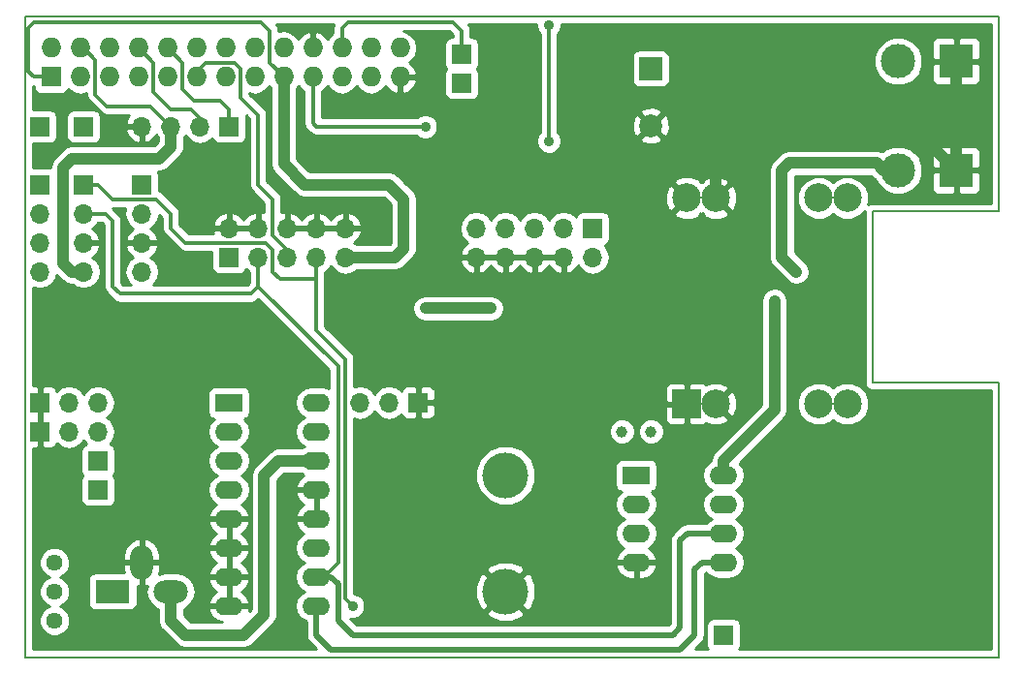
<source format=gbr>
%TF.GenerationSoftware,KiCad,Pcbnew,4.0.7*%
%TF.CreationDate,2018-04-11T15:18:22+03:00*%
%TF.ProjectId,pi_adc_rtc_etc,70695F6164635F7274635F6574632E6B,rev?*%
%TF.FileFunction,Copper,L1,Top,Signal*%
%FSLAX46Y46*%
G04 Gerber Fmt 4.6, Leading zero omitted, Abs format (unit mm)*
G04 Created by KiCad (PCBNEW 4.0.7) date 04/11/18 15:18:22*
%MOMM*%
%LPD*%
G01*
G04 APERTURE LIST*
%ADD10C,0.150000*%
%ADD11R,1.727200X1.727200*%
%ADD12O,1.727200X1.727200*%
%ADD13C,4.000500*%
%ADD14O,2.000000X3.000000*%
%ADD15R,3.000000X2.000000*%
%ADD16O,3.000000X2.000000*%
%ADD17R,3.000000X3.000000*%
%ADD18C,3.000000*%
%ADD19R,1.700000X1.700000*%
%ADD20O,1.700000X1.700000*%
%ADD21R,2.500000X2.500000*%
%ADD22C,2.500000*%
%ADD23C,1.440000*%
%ADD24R,2.400000X1.600000*%
%ADD25O,2.400000X1.600000*%
%ADD26C,1.000000*%
%ADD27R,2.000000X2.000000*%
%ADD28C,2.000000*%
%ADD29C,0.900000*%
%ADD30C,1.000000*%
%ADD31C,0.300000*%
%ADD32C,0.500000*%
%ADD33C,0.254000*%
G04 APERTURE END LIST*
D10*
X85000000Y39000000D02*
X85000000Y56000000D01*
X74000000Y39000000D02*
X85000000Y39000000D01*
X74000000Y24000000D02*
X74000000Y39000000D01*
X85000000Y24000000D02*
X74000000Y24000000D01*
X85000000Y0D02*
X85000000Y24000000D01*
X85000000Y56000000D02*
X0Y56000000D01*
X0Y0D02*
X85000000Y0D01*
X0Y56000000D02*
X0Y0D01*
D11*
X2255360Y50720860D03*
D12*
X2255360Y53260860D03*
X4795360Y50720860D03*
X4795360Y53260860D03*
X7335360Y50720860D03*
X7335360Y53260860D03*
X9875360Y50720860D03*
X9875360Y53260860D03*
X12415360Y50720860D03*
X12415360Y53260860D03*
X14955360Y50720860D03*
X14955360Y53260860D03*
X17495360Y50720860D03*
X17495360Y53260860D03*
X20035360Y50720860D03*
X20035360Y53260860D03*
X22575360Y50720860D03*
X22575360Y53260860D03*
X25115360Y50720860D03*
X25115360Y53260860D03*
X27655360Y50720860D03*
X27655360Y53260860D03*
X30195360Y50720860D03*
X30195360Y53260860D03*
X32735360Y50720860D03*
X32735360Y53260860D03*
D13*
X41920000Y15900000D03*
X41920000Y5740000D03*
D14*
X10170000Y8280000D03*
D15*
X7630000Y5740000D03*
D16*
X12710000Y5740000D03*
D17*
X81290000Y42570000D03*
D18*
X76210000Y42570000D03*
D19*
X10170000Y41300000D03*
D20*
X10170000Y38760000D03*
X10170000Y36220000D03*
X10170000Y33680000D03*
D19*
X1280000Y41300000D03*
D20*
X1280000Y38760000D03*
X1280000Y36220000D03*
X1280000Y33680000D03*
D19*
X5090000Y41300000D03*
D20*
X5090000Y38760000D03*
X5090000Y36220000D03*
X5090000Y33680000D03*
D19*
X17790000Y46380000D03*
D20*
X15250000Y46380000D03*
X12710000Y46380000D03*
X10170000Y46380000D03*
D21*
X57780000Y22140000D03*
D22*
X71780000Y22140000D03*
X71780000Y40140000D03*
X57780000Y40140000D03*
X60280000Y22140000D03*
X69280000Y22140000D03*
X69280000Y40140000D03*
X60280000Y40140000D03*
D19*
X5090000Y46380000D03*
D17*
X81290000Y52095000D03*
D18*
X76210000Y52095000D03*
D19*
X17790000Y34950000D03*
D20*
X17790000Y37490000D03*
X20330000Y34950000D03*
X20330000Y37490000D03*
X22870000Y34950000D03*
X22870000Y37490000D03*
X25410000Y34950000D03*
X25410000Y37490000D03*
X27950000Y34950000D03*
X27950000Y37490000D03*
D19*
X49540000Y37490000D03*
D20*
X49540000Y34950000D03*
X47000000Y37490000D03*
X47000000Y34950000D03*
X44460000Y37490000D03*
X44460000Y34950000D03*
X41920000Y37490000D03*
X41920000Y34950000D03*
X39380000Y37490000D03*
X39380000Y34950000D03*
D19*
X1280000Y46380000D03*
X38110000Y52730000D03*
X38110000Y50190000D03*
X1280000Y22250000D03*
D20*
X3820000Y22250000D03*
X6360000Y22250000D03*
D19*
X1280000Y19710000D03*
D20*
X3820000Y19710000D03*
X6360000Y19710000D03*
D19*
X6360000Y17170000D03*
X6360000Y14630000D03*
X34300000Y22250000D03*
D20*
X31760000Y22250000D03*
X29220000Y22250000D03*
D19*
X60970000Y1930000D03*
D23*
X2550000Y3200000D03*
X2550000Y5740000D03*
X2550000Y8280000D03*
D24*
X17790000Y22250000D03*
D25*
X25410000Y4470000D03*
X17790000Y19710000D03*
X25410000Y7010000D03*
X17790000Y17170000D03*
X25410000Y9550000D03*
X17790000Y14630000D03*
X25410000Y12090000D03*
X17790000Y12090000D03*
X25410000Y14630000D03*
X17790000Y9550000D03*
X25410000Y17170000D03*
X17790000Y7010000D03*
X25410000Y19710000D03*
X17790000Y4470000D03*
X25410000Y22250000D03*
D24*
X53350000Y15900000D03*
D25*
X60970000Y8280000D03*
X53350000Y13360000D03*
X60970000Y10820000D03*
X53350000Y10820000D03*
X60970000Y13360000D03*
X53350000Y8280000D03*
X60970000Y15900000D03*
D26*
X54620000Y19710000D03*
X52080000Y19710000D03*
D27*
X54620000Y51460000D03*
D28*
X54620000Y46460000D03*
D29*
X65415000Y31140000D03*
X34935000Y30505000D03*
X40650000Y30505000D03*
X67320000Y33680000D03*
X28585000Y4470000D03*
X34935000Y46380000D03*
X45730000Y45110000D03*
X45730000Y55270000D03*
D30*
X60970000Y15900000D02*
X60970000Y17170000D01*
X65415000Y21615000D02*
X65415000Y31140000D01*
X60970000Y17170000D02*
X65415000Y21615000D01*
X40650000Y30505000D02*
X34935000Y30505000D01*
X5090000Y33680000D02*
X4074000Y33680000D01*
X12710000Y44602000D02*
X12710000Y46380000D01*
X11694000Y43586000D02*
X12710000Y44602000D01*
X4074000Y43586000D02*
X11694000Y43586000D01*
X3312000Y42824000D02*
X4074000Y43586000D01*
X3312000Y34442000D02*
X3312000Y42824000D01*
X4074000Y33680000D02*
X3312000Y34442000D01*
D31*
X4795360Y53260860D02*
X5067140Y53260860D01*
X5067140Y53260860D02*
X6106000Y52222000D01*
X6106000Y52222000D02*
X6106000Y49174000D01*
X6106000Y49174000D02*
X7122000Y48158000D01*
X7122000Y48158000D02*
X10932000Y48158000D01*
X10932000Y48158000D02*
X12710000Y46380000D01*
D30*
X81290000Y42570000D02*
X81290000Y52095000D01*
X60280000Y40140000D02*
X60280000Y42515000D01*
X60280000Y42515000D02*
X62875000Y45110000D01*
X62875000Y45110000D02*
X78750000Y45110000D01*
X78750000Y45110000D02*
X81290000Y42570000D01*
X27950000Y34950000D02*
X32268000Y34950000D01*
X32268000Y34950000D02*
X33030000Y35712000D01*
X33030000Y35712000D02*
X33030000Y40030000D01*
X33030000Y40030000D02*
X31760000Y41300000D01*
X31760000Y41300000D02*
X24394000Y41300000D01*
X24394000Y41300000D02*
X22575360Y43118640D01*
X22575360Y43118640D02*
X22575360Y50720860D01*
D31*
X22575360Y50720860D02*
X22575360Y50738640D01*
X22575360Y50738640D02*
X21346000Y51968000D01*
X21346000Y51968000D02*
X21346000Y54762000D01*
X21346000Y54762000D02*
X20584000Y55524000D01*
X20584000Y55524000D02*
X772000Y55524000D01*
X772000Y55524000D02*
X264000Y55016000D01*
X264000Y55016000D02*
X264000Y51206000D01*
X264000Y51206000D02*
X749140Y50720860D01*
X749140Y50720860D02*
X2255360Y50720860D01*
X9875360Y53260860D02*
X9893140Y53260860D01*
X9893140Y53260860D02*
X11186000Y51968000D01*
X11186000Y51968000D02*
X11186000Y49428000D01*
X11186000Y49428000D02*
X12710000Y47904000D01*
X12710000Y47904000D02*
X14488000Y47904000D01*
X14488000Y47904000D02*
X15250000Y47142000D01*
X15250000Y47142000D02*
X15250000Y46380000D01*
X12415360Y53260860D02*
X12433140Y53260860D01*
X12433140Y53260860D02*
X13726000Y51968000D01*
X13726000Y51968000D02*
X13726000Y49682000D01*
X13726000Y49682000D02*
X14742000Y48666000D01*
X14742000Y48666000D02*
X17028000Y48666000D01*
X17028000Y48666000D02*
X17790000Y47904000D01*
X17790000Y47904000D02*
X17790000Y46380000D01*
D30*
X12710000Y5740000D02*
X12710000Y3200000D01*
X22108000Y17170000D02*
X25410000Y17170000D01*
X20838000Y15900000D02*
X22108000Y17170000D01*
X20838000Y3708000D02*
X20838000Y15900000D01*
X19060000Y1930000D02*
X20838000Y3708000D01*
X13980000Y1930000D02*
X19060000Y1930000D01*
X12710000Y3200000D02*
X13980000Y1930000D01*
X76210000Y42570000D02*
X74940000Y42570000D01*
X74940000Y42570000D02*
X74305000Y43205000D01*
X74305000Y43205000D02*
X66685000Y43205000D01*
X66685000Y43205000D02*
X66050000Y42570000D01*
X66050000Y42570000D02*
X66050000Y34950000D01*
X66050000Y34950000D02*
X67320000Y33680000D01*
D31*
X5090000Y41300000D02*
X6360000Y41300000D01*
X22235000Y33045000D02*
X25410000Y33045000D01*
X21600000Y33680000D02*
X22235000Y33045000D01*
X21600000Y35585000D02*
X21600000Y33680000D01*
X20965000Y36220000D02*
X21600000Y35585000D01*
X13980000Y36220000D02*
X20965000Y36220000D01*
X12710000Y37490000D02*
X13980000Y36220000D01*
X12710000Y38760000D02*
X12710000Y37490000D01*
X11440000Y40030000D02*
X12710000Y38760000D01*
X7630000Y40030000D02*
X11440000Y40030000D01*
X6360000Y41300000D02*
X7630000Y40030000D01*
X25410000Y34950000D02*
X25410000Y33045000D01*
X25410000Y33045000D02*
X25410000Y28600000D01*
X25410000Y28600000D02*
X27950000Y26060000D01*
X27950000Y5105000D02*
X27950000Y26060000D01*
X28585000Y4470000D02*
X27950000Y5105000D01*
D32*
X25410000Y4470000D02*
X25410000Y1930000D01*
X59065000Y8280000D02*
X60970000Y8280000D01*
X58430000Y7645000D02*
X59065000Y8280000D01*
X58430000Y1930000D02*
X58430000Y7645000D01*
X57160000Y660000D02*
X58430000Y1930000D01*
X26680000Y660000D02*
X57160000Y660000D01*
X25410000Y1930000D02*
X26680000Y660000D01*
D31*
X20330000Y32410000D02*
X19695000Y31775000D01*
X6995000Y38760000D02*
X5090000Y38760000D01*
X7630000Y38125000D02*
X6995000Y38760000D01*
X7630000Y32410000D02*
X7630000Y38125000D01*
X8265000Y31775000D02*
X7630000Y32410000D01*
X19695000Y31775000D02*
X8265000Y31775000D01*
X27315000Y24155000D02*
X27315000Y25425000D01*
X27315000Y8280000D02*
X27315000Y24155000D01*
X26045000Y7010000D02*
X27315000Y8280000D01*
X20330000Y32410000D02*
X20330000Y34950000D01*
X27315000Y25425000D02*
X20330000Y32410000D01*
X25410000Y7010000D02*
X26045000Y7010000D01*
D32*
X60970000Y10820000D02*
X57795000Y10820000D01*
X26680000Y7010000D02*
X25410000Y7010000D01*
X27315000Y6375000D02*
X26680000Y7010000D01*
X27315000Y3200000D02*
X27315000Y6375000D01*
X28585000Y1930000D02*
X27315000Y3200000D01*
X56525000Y1930000D02*
X28585000Y1930000D01*
X57160000Y2565000D02*
X56525000Y1930000D01*
X57160000Y10185000D02*
X57160000Y2565000D01*
X57795000Y10820000D02*
X57160000Y10185000D01*
D31*
X22870000Y34950000D02*
X22870000Y35585000D01*
X22870000Y35585000D02*
X21600000Y36855000D01*
X21600000Y40030000D02*
X20330000Y41300000D01*
X21600000Y36855000D02*
X21600000Y40030000D01*
X14955360Y51165360D02*
X15758000Y51968000D01*
X20330000Y47396000D02*
X20330000Y41300000D01*
X18806000Y48920000D02*
X20330000Y47396000D01*
X18806000Y51460000D02*
X18806000Y48920000D01*
X18298000Y51968000D02*
X18806000Y51460000D01*
X15758000Y51968000D02*
X18298000Y51968000D01*
X14955360Y50720860D02*
X14955360Y51165360D01*
X25115360Y46674640D02*
X25115360Y50720860D01*
X25410000Y46380000D02*
X25115360Y46674640D01*
X34935000Y46380000D02*
X25410000Y46380000D01*
X38110000Y52730000D02*
X38110000Y54000000D01*
X38110000Y54762000D02*
X38110000Y54000000D01*
X27655360Y54975360D02*
X28204000Y55524000D01*
X28204000Y55524000D02*
X37348000Y55524000D01*
X37348000Y55524000D02*
X38110000Y54762000D01*
X27655360Y54975360D02*
X27655360Y53260860D01*
X45730000Y55270000D02*
X45730000Y45110000D01*
D33*
G36*
X44644812Y55055127D02*
X44809646Y54656200D01*
X44945000Y54520609D01*
X44945000Y45859453D01*
X44810718Y45725405D01*
X44645189Y45326767D01*
X44644812Y44895127D01*
X44809646Y44496200D01*
X45114595Y44190718D01*
X45513233Y44025189D01*
X45944873Y44024812D01*
X46343800Y44189646D01*
X46649282Y44494595D01*
X46814811Y44893233D01*
X46815172Y45307468D01*
X53647073Y45307468D01*
X53745736Y45040613D01*
X54355461Y44814092D01*
X55005460Y44838144D01*
X55494264Y45040613D01*
X55592927Y45307468D01*
X54620000Y46280395D01*
X53647073Y45307468D01*
X46815172Y45307468D01*
X46815188Y45324873D01*
X46650354Y45723800D01*
X46515000Y45859391D01*
X46515000Y46724539D01*
X52974092Y46724539D01*
X52998144Y46074540D01*
X53200613Y45585736D01*
X53467468Y45487073D01*
X54440395Y46460000D01*
X54799605Y46460000D01*
X55772532Y45487073D01*
X56039387Y45585736D01*
X56265908Y46195461D01*
X56241856Y46845460D01*
X56039387Y47334264D01*
X55772532Y47432927D01*
X54799605Y46460000D01*
X54440395Y46460000D01*
X53467468Y47432927D01*
X53200613Y47334264D01*
X52974092Y46724539D01*
X46515000Y46724539D01*
X46515000Y47612532D01*
X53647073Y47612532D01*
X54620000Y46639605D01*
X55592927Y47612532D01*
X55494264Y47879387D01*
X54884539Y48105908D01*
X54234540Y48081856D01*
X53745736Y47879387D01*
X53647073Y47612532D01*
X46515000Y47612532D01*
X46515000Y52460000D01*
X52972560Y52460000D01*
X52972560Y50460000D01*
X53016838Y50224683D01*
X53155910Y50008559D01*
X53368110Y49863569D01*
X53620000Y49812560D01*
X55620000Y49812560D01*
X55855317Y49856838D01*
X56071441Y49995910D01*
X56216431Y50208110D01*
X56267440Y50460000D01*
X56267440Y51672185D01*
X74074630Y51672185D01*
X74398980Y50887200D01*
X74999041Y50286091D01*
X75783459Y49960372D01*
X76632815Y49959630D01*
X77417800Y50283980D01*
X78018909Y50884041D01*
X78344628Y51668459D01*
X78344750Y51809250D01*
X79155000Y51809250D01*
X79155000Y50468690D01*
X79251673Y50235301D01*
X79430302Y50056673D01*
X79663691Y49960000D01*
X81004250Y49960000D01*
X81163000Y50118750D01*
X81163000Y51968000D01*
X81417000Y51968000D01*
X81417000Y50118750D01*
X81575750Y49960000D01*
X82916309Y49960000D01*
X83149698Y50056673D01*
X83328327Y50235301D01*
X83425000Y50468690D01*
X83425000Y51809250D01*
X83266250Y51968000D01*
X81417000Y51968000D01*
X81163000Y51968000D01*
X79313750Y51968000D01*
X79155000Y51809250D01*
X78344750Y51809250D01*
X78345370Y52517815D01*
X78021020Y53302800D01*
X77603240Y53721310D01*
X79155000Y53721310D01*
X79155000Y52380750D01*
X79313750Y52222000D01*
X81163000Y52222000D01*
X81163000Y54071250D01*
X81417000Y54071250D01*
X81417000Y52222000D01*
X83266250Y52222000D01*
X83425000Y52380750D01*
X83425000Y53721310D01*
X83328327Y53954699D01*
X83149698Y54133327D01*
X82916309Y54230000D01*
X81575750Y54230000D01*
X81417000Y54071250D01*
X81163000Y54071250D01*
X81004250Y54230000D01*
X79663691Y54230000D01*
X79430302Y54133327D01*
X79251673Y53954699D01*
X79155000Y53721310D01*
X77603240Y53721310D01*
X77420959Y53903909D01*
X76636541Y54229628D01*
X75787185Y54230370D01*
X75002200Y53906020D01*
X74401091Y53305959D01*
X74075372Y52521541D01*
X74074630Y51672185D01*
X56267440Y51672185D01*
X56267440Y52460000D01*
X56223162Y52695317D01*
X56084090Y52911441D01*
X55871890Y53056431D01*
X55620000Y53107440D01*
X53620000Y53107440D01*
X53384683Y53063162D01*
X53168559Y52924090D01*
X53023569Y52711890D01*
X52972560Y52460000D01*
X46515000Y52460000D01*
X46515000Y54520547D01*
X46649282Y54654595D01*
X46814811Y55053233D01*
X46815018Y55290000D01*
X84290000Y55290000D01*
X84290000Y39710000D01*
X74000000Y39710000D01*
X73728295Y39655954D01*
X73578491Y39555859D01*
X73664672Y39763405D01*
X73665326Y40513305D01*
X73378957Y41206372D01*
X72849161Y41737093D01*
X72156595Y42024672D01*
X71406695Y42025326D01*
X70713628Y41738957D01*
X70530145Y41555793D01*
X70349161Y41737093D01*
X69656595Y42024672D01*
X68906695Y42025326D01*
X68213628Y41738957D01*
X67682907Y41209161D01*
X67395328Y40516595D01*
X67394674Y39766695D01*
X67681043Y39073628D01*
X68210839Y38542907D01*
X68903405Y38255328D01*
X69653305Y38254674D01*
X70346372Y38541043D01*
X70529855Y38724207D01*
X70710839Y38542907D01*
X71403405Y38255328D01*
X72153305Y38254674D01*
X72846372Y38541043D01*
X73290000Y38983898D01*
X73290000Y24000000D01*
X73344046Y23728295D01*
X73497954Y23497954D01*
X73564850Y23453256D01*
X73581447Y23428965D01*
X73623841Y23401685D01*
X73649162Y23396921D01*
X73728295Y23344046D01*
X74000000Y23290000D01*
X84290000Y23290000D01*
X84290000Y710000D01*
X62335730Y710000D01*
X62416431Y828110D01*
X62467440Y1080000D01*
X62467440Y2780000D01*
X62423162Y3015317D01*
X62284090Y3231441D01*
X62071890Y3376431D01*
X61820000Y3427440D01*
X60120000Y3427440D01*
X59884683Y3383162D01*
X59668559Y3244090D01*
X59523569Y3031890D01*
X59472560Y2780000D01*
X59472560Y1080000D01*
X59516838Y844683D01*
X59603504Y710000D01*
X58461579Y710000D01*
X59055787Y1304208D01*
X59055790Y1304210D01*
X59247633Y1591325D01*
X59298046Y1844765D01*
X59315001Y1930000D01*
X59315000Y1930005D01*
X59315000Y7278420D01*
X59431579Y7395000D01*
X59432690Y7395000D01*
X59519352Y7265302D01*
X59984899Y6954233D01*
X60534050Y6845000D01*
X61405950Y6845000D01*
X61955101Y6954233D01*
X62420648Y7265302D01*
X62731717Y7730849D01*
X62840950Y8280000D01*
X62731717Y8829151D01*
X62420648Y9294698D01*
X62038562Y9550000D01*
X62420648Y9805302D01*
X62731717Y10270849D01*
X62840950Y10820000D01*
X62731717Y11369151D01*
X62420648Y11834698D01*
X62038562Y12090000D01*
X62420648Y12345302D01*
X62731717Y12810849D01*
X62840950Y13360000D01*
X62731717Y13909151D01*
X62420648Y14374698D01*
X62038562Y14630000D01*
X62420648Y14885302D01*
X62731717Y15350849D01*
X62840950Y15900000D01*
X62731717Y16449151D01*
X62420648Y16914698D01*
X62360212Y16955080D01*
X66217566Y20812434D01*
X66240554Y20846838D01*
X66463603Y21180654D01*
X66550000Y21615000D01*
X66550000Y21766695D01*
X67394674Y21766695D01*
X67681043Y21073628D01*
X68210839Y20542907D01*
X68903405Y20255328D01*
X69653305Y20254674D01*
X70346372Y20541043D01*
X70529855Y20724207D01*
X70710839Y20542907D01*
X71403405Y20255328D01*
X72153305Y20254674D01*
X72846372Y20541043D01*
X73377093Y21070839D01*
X73664672Y21763405D01*
X73665326Y22513305D01*
X73378957Y23206372D01*
X72849161Y23737093D01*
X72156595Y24024672D01*
X71406695Y24025326D01*
X70713628Y23738957D01*
X70530145Y23555793D01*
X70349161Y23737093D01*
X69656595Y24024672D01*
X68906695Y24025326D01*
X68213628Y23738957D01*
X67682907Y23209161D01*
X67395328Y22516595D01*
X67394674Y21766695D01*
X66550000Y21766695D01*
X66550000Y31140000D01*
X66463603Y31574346D01*
X66217566Y31942566D01*
X65849346Y32188603D01*
X65415000Y32275000D01*
X64980654Y32188603D01*
X64612434Y31942566D01*
X64366397Y31574346D01*
X64280000Y31140000D01*
X64280000Y22085132D01*
X60167434Y17972566D01*
X59921397Y17604346D01*
X59835000Y17170000D01*
X59835000Y17125608D01*
X59519352Y16914698D01*
X59208283Y16449151D01*
X59099050Y15900000D01*
X59208283Y15350849D01*
X59519352Y14885302D01*
X59901438Y14630000D01*
X59519352Y14374698D01*
X59208283Y13909151D01*
X59099050Y13360000D01*
X59208283Y12810849D01*
X59519352Y12345302D01*
X59901438Y12090000D01*
X59519352Y11834698D01*
X59432690Y11705000D01*
X57795005Y11705000D01*
X57795000Y11705001D01*
X57456326Y11637634D01*
X57456324Y11637633D01*
X57456325Y11637633D01*
X57169210Y11445790D01*
X57169208Y11445787D01*
X56534210Y10810790D01*
X56342367Y10523675D01*
X56342367Y10523674D01*
X56274999Y10185000D01*
X56275000Y10184995D01*
X56275000Y2931579D01*
X56158420Y2815000D01*
X28951579Y2815000D01*
X28381402Y3385177D01*
X28799873Y3384812D01*
X29198800Y3549646D01*
X29504282Y3854595D01*
X29508518Y3864798D01*
X40224403Y3864798D01*
X40445203Y3494051D01*
X41416953Y3100633D01*
X42465287Y3109035D01*
X43394797Y3494051D01*
X43615597Y3864798D01*
X41920000Y5560395D01*
X40224403Y3864798D01*
X29508518Y3864798D01*
X29669811Y4253233D01*
X29670188Y4684873D01*
X29505354Y5083800D01*
X29200405Y5389282D01*
X28801767Y5554811D01*
X28735000Y5554869D01*
X28735000Y6243047D01*
X39280633Y6243047D01*
X39289035Y5194713D01*
X39674051Y4265203D01*
X40044798Y4044403D01*
X41740395Y5740000D01*
X42099605Y5740000D01*
X43795202Y4044403D01*
X44165949Y4265203D01*
X44559367Y5236953D01*
X44550965Y6285287D01*
X44165949Y7214797D01*
X43795202Y7435597D01*
X42099605Y5740000D01*
X41740395Y5740000D01*
X40044798Y7435597D01*
X39674051Y7214797D01*
X39280633Y6243047D01*
X28735000Y6243047D01*
X28735000Y7615202D01*
X40224403Y7615202D01*
X41920000Y5919605D01*
X43615597Y7615202D01*
X43427546Y7930961D01*
X51558096Y7930961D01*
X51575633Y7848181D01*
X51845500Y7355104D01*
X52283517Y7002834D01*
X52823000Y6845000D01*
X53223000Y6845000D01*
X53223000Y8153000D01*
X53477000Y8153000D01*
X53477000Y6845000D01*
X53877000Y6845000D01*
X54416483Y7002834D01*
X54854500Y7355104D01*
X55124367Y7848181D01*
X55141904Y7930961D01*
X55019915Y8153000D01*
X53477000Y8153000D01*
X53223000Y8153000D01*
X51680085Y8153000D01*
X51558096Y7930961D01*
X43427546Y7930961D01*
X43394797Y7985949D01*
X42423047Y8379367D01*
X41374713Y8370965D01*
X40445203Y7985949D01*
X40224403Y7615202D01*
X28735000Y7615202D01*
X28735000Y15378116D01*
X39284293Y15378116D01*
X39684641Y14409201D01*
X40425302Y13667246D01*
X41393517Y13265208D01*
X42441884Y13264293D01*
X42673512Y13360000D01*
X51479050Y13360000D01*
X51588283Y12810849D01*
X51899352Y12345302D01*
X52281438Y12090000D01*
X51899352Y11834698D01*
X51588283Y11369151D01*
X51479050Y10820000D01*
X51588283Y10270849D01*
X51899352Y9805302D01*
X52277707Y9552493D01*
X51845500Y9204896D01*
X51575633Y8711819D01*
X51558096Y8629039D01*
X51680085Y8407000D01*
X53223000Y8407000D01*
X53223000Y8427000D01*
X53477000Y8427000D01*
X53477000Y8407000D01*
X55019915Y8407000D01*
X55141904Y8629039D01*
X55124367Y8711819D01*
X54854500Y9204896D01*
X54422293Y9552493D01*
X54800648Y9805302D01*
X55111717Y10270849D01*
X55220950Y10820000D01*
X55111717Y11369151D01*
X54800648Y11834698D01*
X54418562Y12090000D01*
X54800648Y12345302D01*
X55111717Y12810849D01*
X55220950Y13360000D01*
X55111717Y13909151D01*
X54800648Y14374698D01*
X54654650Y14472251D01*
X54785317Y14496838D01*
X55001441Y14635910D01*
X55146431Y14848110D01*
X55197440Y15100000D01*
X55197440Y16700000D01*
X55153162Y16935317D01*
X55014090Y17151441D01*
X54801890Y17296431D01*
X54550000Y17347440D01*
X52150000Y17347440D01*
X51914683Y17303162D01*
X51698559Y17164090D01*
X51553569Y16951890D01*
X51502560Y16700000D01*
X51502560Y15100000D01*
X51546838Y14864683D01*
X51685910Y14648559D01*
X51898110Y14503569D01*
X52047074Y14473403D01*
X51899352Y14374698D01*
X51588283Y13909151D01*
X51479050Y13360000D01*
X42673512Y13360000D01*
X43410799Y13664641D01*
X44152754Y14405302D01*
X44554792Y15373517D01*
X44555707Y16421884D01*
X44155359Y17390799D01*
X43414698Y18132754D01*
X42446483Y18534792D01*
X41398116Y18535707D01*
X40429201Y18135359D01*
X39687246Y17394698D01*
X39285208Y16426483D01*
X39284293Y15378116D01*
X28735000Y15378116D01*
X28735000Y19485225D01*
X50944803Y19485225D01*
X51117233Y19067914D01*
X51436235Y18748355D01*
X51853244Y18575197D01*
X52304775Y18574803D01*
X52722086Y18747233D01*
X53041645Y19066235D01*
X53214803Y19483244D01*
X53214804Y19485225D01*
X53484803Y19485225D01*
X53657233Y19067914D01*
X53976235Y18748355D01*
X54393244Y18575197D01*
X54844775Y18574803D01*
X55262086Y18747233D01*
X55581645Y19066235D01*
X55754803Y19483244D01*
X55755197Y19934775D01*
X55582767Y20352086D01*
X55263765Y20671645D01*
X54846756Y20844803D01*
X54395225Y20845197D01*
X53977914Y20672767D01*
X53658355Y20353765D01*
X53485197Y19936756D01*
X53484803Y19485225D01*
X53214804Y19485225D01*
X53215197Y19934775D01*
X53042767Y20352086D01*
X52723765Y20671645D01*
X52306756Y20844803D01*
X51855225Y20845197D01*
X51437914Y20672767D01*
X51118355Y20353765D01*
X50945197Y19936756D01*
X50944803Y19485225D01*
X28735000Y19485225D01*
X28735000Y20832380D01*
X29220000Y20735907D01*
X29788285Y20848946D01*
X30270054Y21170853D01*
X30490000Y21500026D01*
X30709946Y21170853D01*
X31191715Y20848946D01*
X31760000Y20735907D01*
X32328285Y20848946D01*
X32810054Y21170853D01*
X32839403Y21214777D01*
X32911673Y21040302D01*
X33090301Y20861673D01*
X33323690Y20765000D01*
X34014250Y20765000D01*
X34173000Y20923750D01*
X34173000Y22123000D01*
X34427000Y22123000D01*
X34427000Y20923750D01*
X34585750Y20765000D01*
X35276310Y20765000D01*
X35509699Y20861673D01*
X35688327Y21040302D01*
X35785000Y21273691D01*
X35785000Y21854250D01*
X55895000Y21854250D01*
X55895000Y20763691D01*
X55991673Y20530302D01*
X56170301Y20351673D01*
X56403690Y20255000D01*
X57494250Y20255000D01*
X57653000Y20413750D01*
X57653000Y22013000D01*
X56053750Y22013000D01*
X55895000Y21854250D01*
X35785000Y21854250D01*
X35785000Y21964250D01*
X35626250Y22123000D01*
X34427000Y22123000D01*
X34173000Y22123000D01*
X34153000Y22123000D01*
X34153000Y22377000D01*
X34173000Y22377000D01*
X34173000Y23576250D01*
X34427000Y23576250D01*
X34427000Y22377000D01*
X35626250Y22377000D01*
X35785000Y22535750D01*
X35785000Y23226309D01*
X35688327Y23459698D01*
X35631717Y23516309D01*
X55895000Y23516309D01*
X55895000Y22425750D01*
X56053750Y22267000D01*
X57653000Y22267000D01*
X57653000Y23866250D01*
X57907000Y23866250D01*
X57907000Y22267000D01*
X57927000Y22267000D01*
X57927000Y22013000D01*
X57907000Y22013000D01*
X57907000Y20413750D01*
X58065750Y20255000D01*
X59156310Y20255000D01*
X59389699Y20351673D01*
X59469814Y20431789D01*
X59955806Y20245612D01*
X60705435Y20265750D01*
X61304467Y20513877D01*
X61433715Y20806680D01*
X60280000Y21960395D01*
X60265858Y21946252D01*
X60086253Y22125857D01*
X60100395Y22140000D01*
X60459605Y22140000D01*
X61613320Y20986285D01*
X61906123Y21115533D01*
X62174388Y21815806D01*
X62154250Y22565435D01*
X61906123Y23164467D01*
X61613320Y23293715D01*
X60459605Y22140000D01*
X60100395Y22140000D01*
X60086253Y22154142D01*
X60265858Y22333747D01*
X60280000Y22319605D01*
X61433715Y23473320D01*
X61304467Y23766123D01*
X60604194Y24034388D01*
X59854565Y24014250D01*
X59465098Y23852928D01*
X59389699Y23928327D01*
X59156310Y24025000D01*
X58065750Y24025000D01*
X57907000Y23866250D01*
X57653000Y23866250D01*
X57494250Y24025000D01*
X56403690Y24025000D01*
X56170301Y23928327D01*
X55991673Y23749698D01*
X55895000Y23516309D01*
X35631717Y23516309D01*
X35509699Y23638327D01*
X35276310Y23735000D01*
X34585750Y23735000D01*
X34427000Y23576250D01*
X34173000Y23576250D01*
X34014250Y23735000D01*
X33323690Y23735000D01*
X33090301Y23638327D01*
X32911673Y23459698D01*
X32839403Y23285223D01*
X32810054Y23329147D01*
X32328285Y23651054D01*
X31760000Y23764093D01*
X31191715Y23651054D01*
X30709946Y23329147D01*
X30490000Y22999974D01*
X30270054Y23329147D01*
X29788285Y23651054D01*
X29220000Y23764093D01*
X28735000Y23667620D01*
X28735000Y26060000D01*
X28675245Y26360406D01*
X28505079Y26615079D01*
X26195000Y28925158D01*
X26195000Y30505000D01*
X33800000Y30505000D01*
X33886397Y30070654D01*
X34132434Y29702434D01*
X34500654Y29456397D01*
X34935000Y29370000D01*
X40650000Y29370000D01*
X41084346Y29456397D01*
X41452566Y29702434D01*
X41698603Y30070654D01*
X41785000Y30505000D01*
X41698603Y30939346D01*
X41452566Y31307566D01*
X41084346Y31553603D01*
X40650000Y31640000D01*
X34935000Y31640000D01*
X34500654Y31553603D01*
X34132434Y31307566D01*
X33886397Y30939346D01*
X33800000Y30505000D01*
X26195000Y30505000D01*
X26195000Y33693750D01*
X26460054Y33870853D01*
X26680000Y34200026D01*
X26899946Y33870853D01*
X27381715Y33548946D01*
X27950000Y33435907D01*
X28518285Y33548946D01*
X28916464Y33815000D01*
X32268000Y33815000D01*
X32702346Y33901397D01*
X33070566Y34147434D01*
X33516240Y34593108D01*
X37938514Y34593108D01*
X38184817Y34068642D01*
X38613076Y33678355D01*
X39023110Y33508524D01*
X39253000Y33629845D01*
X39253000Y34823000D01*
X39507000Y34823000D01*
X39507000Y33629845D01*
X39736890Y33508524D01*
X40146924Y33678355D01*
X40575183Y34068642D01*
X40650000Y34227954D01*
X40724817Y34068642D01*
X41153076Y33678355D01*
X41563110Y33508524D01*
X41793000Y33629845D01*
X41793000Y34823000D01*
X42047000Y34823000D01*
X42047000Y33629845D01*
X42276890Y33508524D01*
X42686924Y33678355D01*
X43115183Y34068642D01*
X43190000Y34227954D01*
X43264817Y34068642D01*
X43693076Y33678355D01*
X44103110Y33508524D01*
X44333000Y33629845D01*
X44333000Y34823000D01*
X44587000Y34823000D01*
X44587000Y33629845D01*
X44816890Y33508524D01*
X45226924Y33678355D01*
X45655183Y34068642D01*
X45730000Y34227954D01*
X45804817Y34068642D01*
X46233076Y33678355D01*
X46643110Y33508524D01*
X46873000Y33629845D01*
X46873000Y34823000D01*
X44587000Y34823000D01*
X44333000Y34823000D01*
X42047000Y34823000D01*
X41793000Y34823000D01*
X39507000Y34823000D01*
X39253000Y34823000D01*
X38059181Y34823000D01*
X37938514Y34593108D01*
X33516240Y34593108D01*
X33832566Y34909434D01*
X33879111Y34979093D01*
X34078603Y35277654D01*
X34165000Y35712000D01*
X34165000Y37519093D01*
X37895000Y37519093D01*
X37895000Y37460907D01*
X38008039Y36892622D01*
X38329946Y36410853D01*
X38613101Y36221655D01*
X38613076Y36221645D01*
X38184817Y35831358D01*
X37938514Y35306892D01*
X38059181Y35077000D01*
X39253000Y35077000D01*
X39253000Y35097000D01*
X39507000Y35097000D01*
X39507000Y35077000D01*
X41793000Y35077000D01*
X41793000Y35097000D01*
X42047000Y35097000D01*
X42047000Y35077000D01*
X44333000Y35077000D01*
X44333000Y35097000D01*
X44587000Y35097000D01*
X44587000Y35077000D01*
X46873000Y35077000D01*
X46873000Y35097000D01*
X47127000Y35097000D01*
X47127000Y35077000D01*
X47147000Y35077000D01*
X47147000Y34823000D01*
X47127000Y34823000D01*
X47127000Y33629845D01*
X47356890Y33508524D01*
X47766924Y33678355D01*
X48195183Y34068642D01*
X48262298Y34211553D01*
X48489946Y33870853D01*
X48971715Y33548946D01*
X49540000Y33435907D01*
X50108285Y33548946D01*
X50590054Y33870853D01*
X50911961Y34352622D01*
X51025000Y34920907D01*
X51025000Y34979093D01*
X50911961Y35547378D01*
X50590054Y36029147D01*
X50588821Y36029971D01*
X50625317Y36036838D01*
X50841441Y36175910D01*
X50986431Y36388110D01*
X51037440Y36640000D01*
X51037440Y38340000D01*
X50993162Y38575317D01*
X50854090Y38791441D01*
X50641890Y38936431D01*
X50390000Y38987440D01*
X48690000Y38987440D01*
X48454683Y38943162D01*
X48238559Y38804090D01*
X48093569Y38591890D01*
X48079914Y38524459D01*
X48050054Y38569147D01*
X47568285Y38891054D01*
X47000000Y39004093D01*
X46431715Y38891054D01*
X45949946Y38569147D01*
X45730000Y38239974D01*
X45510054Y38569147D01*
X45028285Y38891054D01*
X44460000Y39004093D01*
X43891715Y38891054D01*
X43409946Y38569147D01*
X43190000Y38239974D01*
X42970054Y38569147D01*
X42488285Y38891054D01*
X41920000Y39004093D01*
X41351715Y38891054D01*
X40869946Y38569147D01*
X40650000Y38239974D01*
X40430054Y38569147D01*
X39948285Y38891054D01*
X39380000Y39004093D01*
X38811715Y38891054D01*
X38329946Y38569147D01*
X38008039Y38087378D01*
X37895000Y37519093D01*
X34165000Y37519093D01*
X34165000Y40030000D01*
X34078634Y40464194D01*
X55885612Y40464194D01*
X55905750Y39714565D01*
X56153877Y39115533D01*
X56446680Y38986285D01*
X57600395Y40140000D01*
X56446680Y41293715D01*
X56153877Y41164467D01*
X55885612Y40464194D01*
X34078634Y40464194D01*
X34078603Y40464346D01*
X33832566Y40832566D01*
X33191812Y41473320D01*
X56626285Y41473320D01*
X57780000Y40319605D01*
X57794143Y40333747D01*
X57973748Y40154142D01*
X57959605Y40140000D01*
X57973748Y40125857D01*
X57794143Y39946252D01*
X57780000Y39960395D01*
X56626285Y38806680D01*
X56755533Y38513877D01*
X57455806Y38245612D01*
X58205435Y38265750D01*
X58804467Y38513877D01*
X58923029Y38782471D01*
X59012554Y38692946D01*
X59030000Y38710392D01*
X59047446Y38692946D01*
X59136971Y38782471D01*
X59255533Y38513877D01*
X59955806Y38245612D01*
X60705435Y38265750D01*
X61304467Y38513877D01*
X61433715Y38806680D01*
X60280000Y39960395D01*
X60265858Y39946252D01*
X60086253Y40125857D01*
X60100395Y40140000D01*
X60459605Y40140000D01*
X61613320Y38986285D01*
X61906123Y39115533D01*
X62174388Y39815806D01*
X62154250Y40565435D01*
X61906123Y41164467D01*
X61613320Y41293715D01*
X60459605Y40140000D01*
X60100395Y40140000D01*
X60086253Y40154142D01*
X60265858Y40333747D01*
X60280000Y40319605D01*
X61433715Y41473320D01*
X61304467Y41766123D01*
X60604194Y42034388D01*
X59854565Y42014250D01*
X59255533Y41766123D01*
X59136971Y41497529D01*
X59047446Y41587054D01*
X59030000Y41569608D01*
X59012554Y41587054D01*
X58923029Y41497529D01*
X58804467Y41766123D01*
X58104194Y42034388D01*
X57354565Y42014250D01*
X56755533Y41766123D01*
X56626285Y41473320D01*
X33191812Y41473320D01*
X32562566Y42102566D01*
X32482002Y42156397D01*
X32194346Y42348603D01*
X31760000Y42435000D01*
X24864132Y42435000D01*
X24729132Y42570000D01*
X64915000Y42570000D01*
X64915000Y34950000D01*
X65001397Y34515654D01*
X65195770Y34224755D01*
X65247434Y34147434D01*
X66517434Y32877434D01*
X66885655Y32631397D01*
X67320000Y32545000D01*
X67754345Y32631397D01*
X68122566Y32877434D01*
X68368603Y33245655D01*
X68455000Y33680000D01*
X68368603Y34114345D01*
X68122566Y34482566D01*
X67185000Y35420132D01*
X67185000Y42070000D01*
X73834868Y42070000D01*
X74137434Y41767434D01*
X74267431Y41680573D01*
X74398980Y41362200D01*
X74999041Y40761091D01*
X75783459Y40435372D01*
X76632815Y40434630D01*
X77417800Y40758980D01*
X78018909Y41359041D01*
X78344628Y42143459D01*
X78344750Y42284250D01*
X79155000Y42284250D01*
X79155000Y40943690D01*
X79251673Y40710301D01*
X79430302Y40531673D01*
X79663691Y40435000D01*
X81004250Y40435000D01*
X81163000Y40593750D01*
X81163000Y42443000D01*
X81417000Y42443000D01*
X81417000Y40593750D01*
X81575750Y40435000D01*
X82916309Y40435000D01*
X83149698Y40531673D01*
X83328327Y40710301D01*
X83425000Y40943690D01*
X83425000Y42284250D01*
X83266250Y42443000D01*
X81417000Y42443000D01*
X81163000Y42443000D01*
X79313750Y42443000D01*
X79155000Y42284250D01*
X78344750Y42284250D01*
X78345370Y42992815D01*
X78021020Y43777800D01*
X77603240Y44196310D01*
X79155000Y44196310D01*
X79155000Y42855750D01*
X79313750Y42697000D01*
X81163000Y42697000D01*
X81163000Y44546250D01*
X81417000Y44546250D01*
X81417000Y42697000D01*
X83266250Y42697000D01*
X83425000Y42855750D01*
X83425000Y44196310D01*
X83328327Y44429699D01*
X83149698Y44608327D01*
X82916309Y44705000D01*
X81575750Y44705000D01*
X81417000Y44546250D01*
X81163000Y44546250D01*
X81004250Y44705000D01*
X79663691Y44705000D01*
X79430302Y44608327D01*
X79251673Y44429699D01*
X79155000Y44196310D01*
X77603240Y44196310D01*
X77420959Y44378909D01*
X76636541Y44704628D01*
X75787185Y44705370D01*
X75002200Y44381020D01*
X74820344Y44199482D01*
X74739346Y44253603D01*
X74305000Y44340000D01*
X66685000Y44340000D01*
X66250655Y44253604D01*
X65882434Y44007566D01*
X65247434Y43372566D01*
X65001397Y43004346D01*
X64915000Y42570000D01*
X24729132Y42570000D01*
X23710360Y43588772D01*
X23710360Y49744570D01*
X23845360Y49946612D01*
X24055690Y49631831D01*
X24330360Y49448302D01*
X24330360Y46674640D01*
X24390115Y46374233D01*
X24560281Y46119561D01*
X24854921Y45824921D01*
X25109594Y45654755D01*
X25410000Y45595000D01*
X34185547Y45595000D01*
X34319595Y45460718D01*
X34718233Y45295189D01*
X35149873Y45294812D01*
X35548800Y45459646D01*
X35854282Y45764595D01*
X36019811Y46163233D01*
X36020188Y46594873D01*
X35855354Y46993800D01*
X35550405Y47299282D01*
X35151767Y47464811D01*
X34720127Y47465188D01*
X34321200Y47300354D01*
X34185609Y47165000D01*
X25900360Y47165000D01*
X25900360Y49448302D01*
X26175030Y49631831D01*
X26385360Y49946612D01*
X26595690Y49631831D01*
X27081871Y49306975D01*
X27655360Y49192901D01*
X28228849Y49306975D01*
X28715030Y49631831D01*
X28925360Y49946612D01*
X29135690Y49631831D01*
X29621871Y49306975D01*
X30195360Y49192901D01*
X30768849Y49306975D01*
X31255030Y49631831D01*
X31471024Y49955088D01*
X31528539Y49832370D01*
X31960413Y49438172D01*
X32376334Y49265902D01*
X32608360Y49387043D01*
X32608360Y50593860D01*
X32862360Y50593860D01*
X32862360Y49387043D01*
X33094386Y49265902D01*
X33510307Y49438172D01*
X33942181Y49832370D01*
X34190328Y50361833D01*
X34069829Y50593860D01*
X32862360Y50593860D01*
X32608360Y50593860D01*
X32588360Y50593860D01*
X32588360Y50847860D01*
X32608360Y50847860D01*
X32608360Y50867860D01*
X32862360Y50867860D01*
X32862360Y50847860D01*
X34069829Y50847860D01*
X34190328Y51079887D01*
X33942181Y51609350D01*
X33524199Y51990868D01*
X33795030Y52171831D01*
X34119886Y52658012D01*
X34233960Y53231501D01*
X34233960Y53290219D01*
X34119886Y53863708D01*
X33795030Y54349889D01*
X33308849Y54674745D01*
X32985817Y54739000D01*
X37022842Y54739000D01*
X37325000Y54436842D01*
X37325000Y54227440D01*
X37260000Y54227440D01*
X37024683Y54183162D01*
X36808559Y54044090D01*
X36663569Y53831890D01*
X36612560Y53580000D01*
X36612560Y51880000D01*
X36656838Y51644683D01*
X36777015Y51457923D01*
X36663569Y51291890D01*
X36612560Y51040000D01*
X36612560Y49340000D01*
X36656838Y49104683D01*
X36795910Y48888559D01*
X37008110Y48743569D01*
X37260000Y48692560D01*
X38960000Y48692560D01*
X39195317Y48736838D01*
X39411441Y48875910D01*
X39556431Y49088110D01*
X39607440Y49340000D01*
X39607440Y51040000D01*
X39563162Y51275317D01*
X39442985Y51462077D01*
X39556431Y51628110D01*
X39607440Y51880000D01*
X39607440Y53580000D01*
X39563162Y53815317D01*
X39424090Y54031441D01*
X39211890Y54176431D01*
X38960000Y54227440D01*
X38895000Y54227440D01*
X38895000Y54762000D01*
X38835245Y55062406D01*
X38683172Y55290000D01*
X44645017Y55290000D01*
X44644812Y55055127D01*
X44644812Y55055127D01*
G37*
X44644812Y55055127D02*
X44809646Y54656200D01*
X44945000Y54520609D01*
X44945000Y45859453D01*
X44810718Y45725405D01*
X44645189Y45326767D01*
X44644812Y44895127D01*
X44809646Y44496200D01*
X45114595Y44190718D01*
X45513233Y44025189D01*
X45944873Y44024812D01*
X46343800Y44189646D01*
X46649282Y44494595D01*
X46814811Y44893233D01*
X46815172Y45307468D01*
X53647073Y45307468D01*
X53745736Y45040613D01*
X54355461Y44814092D01*
X55005460Y44838144D01*
X55494264Y45040613D01*
X55592927Y45307468D01*
X54620000Y46280395D01*
X53647073Y45307468D01*
X46815172Y45307468D01*
X46815188Y45324873D01*
X46650354Y45723800D01*
X46515000Y45859391D01*
X46515000Y46724539D01*
X52974092Y46724539D01*
X52998144Y46074540D01*
X53200613Y45585736D01*
X53467468Y45487073D01*
X54440395Y46460000D01*
X54799605Y46460000D01*
X55772532Y45487073D01*
X56039387Y45585736D01*
X56265908Y46195461D01*
X56241856Y46845460D01*
X56039387Y47334264D01*
X55772532Y47432927D01*
X54799605Y46460000D01*
X54440395Y46460000D01*
X53467468Y47432927D01*
X53200613Y47334264D01*
X52974092Y46724539D01*
X46515000Y46724539D01*
X46515000Y47612532D01*
X53647073Y47612532D01*
X54620000Y46639605D01*
X55592927Y47612532D01*
X55494264Y47879387D01*
X54884539Y48105908D01*
X54234540Y48081856D01*
X53745736Y47879387D01*
X53647073Y47612532D01*
X46515000Y47612532D01*
X46515000Y52460000D01*
X52972560Y52460000D01*
X52972560Y50460000D01*
X53016838Y50224683D01*
X53155910Y50008559D01*
X53368110Y49863569D01*
X53620000Y49812560D01*
X55620000Y49812560D01*
X55855317Y49856838D01*
X56071441Y49995910D01*
X56216431Y50208110D01*
X56267440Y50460000D01*
X56267440Y51672185D01*
X74074630Y51672185D01*
X74398980Y50887200D01*
X74999041Y50286091D01*
X75783459Y49960372D01*
X76632815Y49959630D01*
X77417800Y50283980D01*
X78018909Y50884041D01*
X78344628Y51668459D01*
X78344750Y51809250D01*
X79155000Y51809250D01*
X79155000Y50468690D01*
X79251673Y50235301D01*
X79430302Y50056673D01*
X79663691Y49960000D01*
X81004250Y49960000D01*
X81163000Y50118750D01*
X81163000Y51968000D01*
X81417000Y51968000D01*
X81417000Y50118750D01*
X81575750Y49960000D01*
X82916309Y49960000D01*
X83149698Y50056673D01*
X83328327Y50235301D01*
X83425000Y50468690D01*
X83425000Y51809250D01*
X83266250Y51968000D01*
X81417000Y51968000D01*
X81163000Y51968000D01*
X79313750Y51968000D01*
X79155000Y51809250D01*
X78344750Y51809250D01*
X78345370Y52517815D01*
X78021020Y53302800D01*
X77603240Y53721310D01*
X79155000Y53721310D01*
X79155000Y52380750D01*
X79313750Y52222000D01*
X81163000Y52222000D01*
X81163000Y54071250D01*
X81417000Y54071250D01*
X81417000Y52222000D01*
X83266250Y52222000D01*
X83425000Y52380750D01*
X83425000Y53721310D01*
X83328327Y53954699D01*
X83149698Y54133327D01*
X82916309Y54230000D01*
X81575750Y54230000D01*
X81417000Y54071250D01*
X81163000Y54071250D01*
X81004250Y54230000D01*
X79663691Y54230000D01*
X79430302Y54133327D01*
X79251673Y53954699D01*
X79155000Y53721310D01*
X77603240Y53721310D01*
X77420959Y53903909D01*
X76636541Y54229628D01*
X75787185Y54230370D01*
X75002200Y53906020D01*
X74401091Y53305959D01*
X74075372Y52521541D01*
X74074630Y51672185D01*
X56267440Y51672185D01*
X56267440Y52460000D01*
X56223162Y52695317D01*
X56084090Y52911441D01*
X55871890Y53056431D01*
X55620000Y53107440D01*
X53620000Y53107440D01*
X53384683Y53063162D01*
X53168559Y52924090D01*
X53023569Y52711890D01*
X52972560Y52460000D01*
X46515000Y52460000D01*
X46515000Y54520547D01*
X46649282Y54654595D01*
X46814811Y55053233D01*
X46815018Y55290000D01*
X84290000Y55290000D01*
X84290000Y39710000D01*
X74000000Y39710000D01*
X73728295Y39655954D01*
X73578491Y39555859D01*
X73664672Y39763405D01*
X73665326Y40513305D01*
X73378957Y41206372D01*
X72849161Y41737093D01*
X72156595Y42024672D01*
X71406695Y42025326D01*
X70713628Y41738957D01*
X70530145Y41555793D01*
X70349161Y41737093D01*
X69656595Y42024672D01*
X68906695Y42025326D01*
X68213628Y41738957D01*
X67682907Y41209161D01*
X67395328Y40516595D01*
X67394674Y39766695D01*
X67681043Y39073628D01*
X68210839Y38542907D01*
X68903405Y38255328D01*
X69653305Y38254674D01*
X70346372Y38541043D01*
X70529855Y38724207D01*
X70710839Y38542907D01*
X71403405Y38255328D01*
X72153305Y38254674D01*
X72846372Y38541043D01*
X73290000Y38983898D01*
X73290000Y24000000D01*
X73344046Y23728295D01*
X73497954Y23497954D01*
X73564850Y23453256D01*
X73581447Y23428965D01*
X73623841Y23401685D01*
X73649162Y23396921D01*
X73728295Y23344046D01*
X74000000Y23290000D01*
X84290000Y23290000D01*
X84290000Y710000D01*
X62335730Y710000D01*
X62416431Y828110D01*
X62467440Y1080000D01*
X62467440Y2780000D01*
X62423162Y3015317D01*
X62284090Y3231441D01*
X62071890Y3376431D01*
X61820000Y3427440D01*
X60120000Y3427440D01*
X59884683Y3383162D01*
X59668559Y3244090D01*
X59523569Y3031890D01*
X59472560Y2780000D01*
X59472560Y1080000D01*
X59516838Y844683D01*
X59603504Y710000D01*
X58461579Y710000D01*
X59055787Y1304208D01*
X59055790Y1304210D01*
X59247633Y1591325D01*
X59298046Y1844765D01*
X59315001Y1930000D01*
X59315000Y1930005D01*
X59315000Y7278420D01*
X59431579Y7395000D01*
X59432690Y7395000D01*
X59519352Y7265302D01*
X59984899Y6954233D01*
X60534050Y6845000D01*
X61405950Y6845000D01*
X61955101Y6954233D01*
X62420648Y7265302D01*
X62731717Y7730849D01*
X62840950Y8280000D01*
X62731717Y8829151D01*
X62420648Y9294698D01*
X62038562Y9550000D01*
X62420648Y9805302D01*
X62731717Y10270849D01*
X62840950Y10820000D01*
X62731717Y11369151D01*
X62420648Y11834698D01*
X62038562Y12090000D01*
X62420648Y12345302D01*
X62731717Y12810849D01*
X62840950Y13360000D01*
X62731717Y13909151D01*
X62420648Y14374698D01*
X62038562Y14630000D01*
X62420648Y14885302D01*
X62731717Y15350849D01*
X62840950Y15900000D01*
X62731717Y16449151D01*
X62420648Y16914698D01*
X62360212Y16955080D01*
X66217566Y20812434D01*
X66240554Y20846838D01*
X66463603Y21180654D01*
X66550000Y21615000D01*
X66550000Y21766695D01*
X67394674Y21766695D01*
X67681043Y21073628D01*
X68210839Y20542907D01*
X68903405Y20255328D01*
X69653305Y20254674D01*
X70346372Y20541043D01*
X70529855Y20724207D01*
X70710839Y20542907D01*
X71403405Y20255328D01*
X72153305Y20254674D01*
X72846372Y20541043D01*
X73377093Y21070839D01*
X73664672Y21763405D01*
X73665326Y22513305D01*
X73378957Y23206372D01*
X72849161Y23737093D01*
X72156595Y24024672D01*
X71406695Y24025326D01*
X70713628Y23738957D01*
X70530145Y23555793D01*
X70349161Y23737093D01*
X69656595Y24024672D01*
X68906695Y24025326D01*
X68213628Y23738957D01*
X67682907Y23209161D01*
X67395328Y22516595D01*
X67394674Y21766695D01*
X66550000Y21766695D01*
X66550000Y31140000D01*
X66463603Y31574346D01*
X66217566Y31942566D01*
X65849346Y32188603D01*
X65415000Y32275000D01*
X64980654Y32188603D01*
X64612434Y31942566D01*
X64366397Y31574346D01*
X64280000Y31140000D01*
X64280000Y22085132D01*
X60167434Y17972566D01*
X59921397Y17604346D01*
X59835000Y17170000D01*
X59835000Y17125608D01*
X59519352Y16914698D01*
X59208283Y16449151D01*
X59099050Y15900000D01*
X59208283Y15350849D01*
X59519352Y14885302D01*
X59901438Y14630000D01*
X59519352Y14374698D01*
X59208283Y13909151D01*
X59099050Y13360000D01*
X59208283Y12810849D01*
X59519352Y12345302D01*
X59901438Y12090000D01*
X59519352Y11834698D01*
X59432690Y11705000D01*
X57795005Y11705000D01*
X57795000Y11705001D01*
X57456326Y11637634D01*
X57456324Y11637633D01*
X57456325Y11637633D01*
X57169210Y11445790D01*
X57169208Y11445787D01*
X56534210Y10810790D01*
X56342367Y10523675D01*
X56342367Y10523674D01*
X56274999Y10185000D01*
X56275000Y10184995D01*
X56275000Y2931579D01*
X56158420Y2815000D01*
X28951579Y2815000D01*
X28381402Y3385177D01*
X28799873Y3384812D01*
X29198800Y3549646D01*
X29504282Y3854595D01*
X29508518Y3864798D01*
X40224403Y3864798D01*
X40445203Y3494051D01*
X41416953Y3100633D01*
X42465287Y3109035D01*
X43394797Y3494051D01*
X43615597Y3864798D01*
X41920000Y5560395D01*
X40224403Y3864798D01*
X29508518Y3864798D01*
X29669811Y4253233D01*
X29670188Y4684873D01*
X29505354Y5083800D01*
X29200405Y5389282D01*
X28801767Y5554811D01*
X28735000Y5554869D01*
X28735000Y6243047D01*
X39280633Y6243047D01*
X39289035Y5194713D01*
X39674051Y4265203D01*
X40044798Y4044403D01*
X41740395Y5740000D01*
X42099605Y5740000D01*
X43795202Y4044403D01*
X44165949Y4265203D01*
X44559367Y5236953D01*
X44550965Y6285287D01*
X44165949Y7214797D01*
X43795202Y7435597D01*
X42099605Y5740000D01*
X41740395Y5740000D01*
X40044798Y7435597D01*
X39674051Y7214797D01*
X39280633Y6243047D01*
X28735000Y6243047D01*
X28735000Y7615202D01*
X40224403Y7615202D01*
X41920000Y5919605D01*
X43615597Y7615202D01*
X43427546Y7930961D01*
X51558096Y7930961D01*
X51575633Y7848181D01*
X51845500Y7355104D01*
X52283517Y7002834D01*
X52823000Y6845000D01*
X53223000Y6845000D01*
X53223000Y8153000D01*
X53477000Y8153000D01*
X53477000Y6845000D01*
X53877000Y6845000D01*
X54416483Y7002834D01*
X54854500Y7355104D01*
X55124367Y7848181D01*
X55141904Y7930961D01*
X55019915Y8153000D01*
X53477000Y8153000D01*
X53223000Y8153000D01*
X51680085Y8153000D01*
X51558096Y7930961D01*
X43427546Y7930961D01*
X43394797Y7985949D01*
X42423047Y8379367D01*
X41374713Y8370965D01*
X40445203Y7985949D01*
X40224403Y7615202D01*
X28735000Y7615202D01*
X28735000Y15378116D01*
X39284293Y15378116D01*
X39684641Y14409201D01*
X40425302Y13667246D01*
X41393517Y13265208D01*
X42441884Y13264293D01*
X42673512Y13360000D01*
X51479050Y13360000D01*
X51588283Y12810849D01*
X51899352Y12345302D01*
X52281438Y12090000D01*
X51899352Y11834698D01*
X51588283Y11369151D01*
X51479050Y10820000D01*
X51588283Y10270849D01*
X51899352Y9805302D01*
X52277707Y9552493D01*
X51845500Y9204896D01*
X51575633Y8711819D01*
X51558096Y8629039D01*
X51680085Y8407000D01*
X53223000Y8407000D01*
X53223000Y8427000D01*
X53477000Y8427000D01*
X53477000Y8407000D01*
X55019915Y8407000D01*
X55141904Y8629039D01*
X55124367Y8711819D01*
X54854500Y9204896D01*
X54422293Y9552493D01*
X54800648Y9805302D01*
X55111717Y10270849D01*
X55220950Y10820000D01*
X55111717Y11369151D01*
X54800648Y11834698D01*
X54418562Y12090000D01*
X54800648Y12345302D01*
X55111717Y12810849D01*
X55220950Y13360000D01*
X55111717Y13909151D01*
X54800648Y14374698D01*
X54654650Y14472251D01*
X54785317Y14496838D01*
X55001441Y14635910D01*
X55146431Y14848110D01*
X55197440Y15100000D01*
X55197440Y16700000D01*
X55153162Y16935317D01*
X55014090Y17151441D01*
X54801890Y17296431D01*
X54550000Y17347440D01*
X52150000Y17347440D01*
X51914683Y17303162D01*
X51698559Y17164090D01*
X51553569Y16951890D01*
X51502560Y16700000D01*
X51502560Y15100000D01*
X51546838Y14864683D01*
X51685910Y14648559D01*
X51898110Y14503569D01*
X52047074Y14473403D01*
X51899352Y14374698D01*
X51588283Y13909151D01*
X51479050Y13360000D01*
X42673512Y13360000D01*
X43410799Y13664641D01*
X44152754Y14405302D01*
X44554792Y15373517D01*
X44555707Y16421884D01*
X44155359Y17390799D01*
X43414698Y18132754D01*
X42446483Y18534792D01*
X41398116Y18535707D01*
X40429201Y18135359D01*
X39687246Y17394698D01*
X39285208Y16426483D01*
X39284293Y15378116D01*
X28735000Y15378116D01*
X28735000Y19485225D01*
X50944803Y19485225D01*
X51117233Y19067914D01*
X51436235Y18748355D01*
X51853244Y18575197D01*
X52304775Y18574803D01*
X52722086Y18747233D01*
X53041645Y19066235D01*
X53214803Y19483244D01*
X53214804Y19485225D01*
X53484803Y19485225D01*
X53657233Y19067914D01*
X53976235Y18748355D01*
X54393244Y18575197D01*
X54844775Y18574803D01*
X55262086Y18747233D01*
X55581645Y19066235D01*
X55754803Y19483244D01*
X55755197Y19934775D01*
X55582767Y20352086D01*
X55263765Y20671645D01*
X54846756Y20844803D01*
X54395225Y20845197D01*
X53977914Y20672767D01*
X53658355Y20353765D01*
X53485197Y19936756D01*
X53484803Y19485225D01*
X53214804Y19485225D01*
X53215197Y19934775D01*
X53042767Y20352086D01*
X52723765Y20671645D01*
X52306756Y20844803D01*
X51855225Y20845197D01*
X51437914Y20672767D01*
X51118355Y20353765D01*
X50945197Y19936756D01*
X50944803Y19485225D01*
X28735000Y19485225D01*
X28735000Y20832380D01*
X29220000Y20735907D01*
X29788285Y20848946D01*
X30270054Y21170853D01*
X30490000Y21500026D01*
X30709946Y21170853D01*
X31191715Y20848946D01*
X31760000Y20735907D01*
X32328285Y20848946D01*
X32810054Y21170853D01*
X32839403Y21214777D01*
X32911673Y21040302D01*
X33090301Y20861673D01*
X33323690Y20765000D01*
X34014250Y20765000D01*
X34173000Y20923750D01*
X34173000Y22123000D01*
X34427000Y22123000D01*
X34427000Y20923750D01*
X34585750Y20765000D01*
X35276310Y20765000D01*
X35509699Y20861673D01*
X35688327Y21040302D01*
X35785000Y21273691D01*
X35785000Y21854250D01*
X55895000Y21854250D01*
X55895000Y20763691D01*
X55991673Y20530302D01*
X56170301Y20351673D01*
X56403690Y20255000D01*
X57494250Y20255000D01*
X57653000Y20413750D01*
X57653000Y22013000D01*
X56053750Y22013000D01*
X55895000Y21854250D01*
X35785000Y21854250D01*
X35785000Y21964250D01*
X35626250Y22123000D01*
X34427000Y22123000D01*
X34173000Y22123000D01*
X34153000Y22123000D01*
X34153000Y22377000D01*
X34173000Y22377000D01*
X34173000Y23576250D01*
X34427000Y23576250D01*
X34427000Y22377000D01*
X35626250Y22377000D01*
X35785000Y22535750D01*
X35785000Y23226309D01*
X35688327Y23459698D01*
X35631717Y23516309D01*
X55895000Y23516309D01*
X55895000Y22425750D01*
X56053750Y22267000D01*
X57653000Y22267000D01*
X57653000Y23866250D01*
X57907000Y23866250D01*
X57907000Y22267000D01*
X57927000Y22267000D01*
X57927000Y22013000D01*
X57907000Y22013000D01*
X57907000Y20413750D01*
X58065750Y20255000D01*
X59156310Y20255000D01*
X59389699Y20351673D01*
X59469814Y20431789D01*
X59955806Y20245612D01*
X60705435Y20265750D01*
X61304467Y20513877D01*
X61433715Y20806680D01*
X60280000Y21960395D01*
X60265858Y21946252D01*
X60086253Y22125857D01*
X60100395Y22140000D01*
X60459605Y22140000D01*
X61613320Y20986285D01*
X61906123Y21115533D01*
X62174388Y21815806D01*
X62154250Y22565435D01*
X61906123Y23164467D01*
X61613320Y23293715D01*
X60459605Y22140000D01*
X60100395Y22140000D01*
X60086253Y22154142D01*
X60265858Y22333747D01*
X60280000Y22319605D01*
X61433715Y23473320D01*
X61304467Y23766123D01*
X60604194Y24034388D01*
X59854565Y24014250D01*
X59465098Y23852928D01*
X59389699Y23928327D01*
X59156310Y24025000D01*
X58065750Y24025000D01*
X57907000Y23866250D01*
X57653000Y23866250D01*
X57494250Y24025000D01*
X56403690Y24025000D01*
X56170301Y23928327D01*
X55991673Y23749698D01*
X55895000Y23516309D01*
X35631717Y23516309D01*
X35509699Y23638327D01*
X35276310Y23735000D01*
X34585750Y23735000D01*
X34427000Y23576250D01*
X34173000Y23576250D01*
X34014250Y23735000D01*
X33323690Y23735000D01*
X33090301Y23638327D01*
X32911673Y23459698D01*
X32839403Y23285223D01*
X32810054Y23329147D01*
X32328285Y23651054D01*
X31760000Y23764093D01*
X31191715Y23651054D01*
X30709946Y23329147D01*
X30490000Y22999974D01*
X30270054Y23329147D01*
X29788285Y23651054D01*
X29220000Y23764093D01*
X28735000Y23667620D01*
X28735000Y26060000D01*
X28675245Y26360406D01*
X28505079Y26615079D01*
X26195000Y28925158D01*
X26195000Y30505000D01*
X33800000Y30505000D01*
X33886397Y30070654D01*
X34132434Y29702434D01*
X34500654Y29456397D01*
X34935000Y29370000D01*
X40650000Y29370000D01*
X41084346Y29456397D01*
X41452566Y29702434D01*
X41698603Y30070654D01*
X41785000Y30505000D01*
X41698603Y30939346D01*
X41452566Y31307566D01*
X41084346Y31553603D01*
X40650000Y31640000D01*
X34935000Y31640000D01*
X34500654Y31553603D01*
X34132434Y31307566D01*
X33886397Y30939346D01*
X33800000Y30505000D01*
X26195000Y30505000D01*
X26195000Y33693750D01*
X26460054Y33870853D01*
X26680000Y34200026D01*
X26899946Y33870853D01*
X27381715Y33548946D01*
X27950000Y33435907D01*
X28518285Y33548946D01*
X28916464Y33815000D01*
X32268000Y33815000D01*
X32702346Y33901397D01*
X33070566Y34147434D01*
X33516240Y34593108D01*
X37938514Y34593108D01*
X38184817Y34068642D01*
X38613076Y33678355D01*
X39023110Y33508524D01*
X39253000Y33629845D01*
X39253000Y34823000D01*
X39507000Y34823000D01*
X39507000Y33629845D01*
X39736890Y33508524D01*
X40146924Y33678355D01*
X40575183Y34068642D01*
X40650000Y34227954D01*
X40724817Y34068642D01*
X41153076Y33678355D01*
X41563110Y33508524D01*
X41793000Y33629845D01*
X41793000Y34823000D01*
X42047000Y34823000D01*
X42047000Y33629845D01*
X42276890Y33508524D01*
X42686924Y33678355D01*
X43115183Y34068642D01*
X43190000Y34227954D01*
X43264817Y34068642D01*
X43693076Y33678355D01*
X44103110Y33508524D01*
X44333000Y33629845D01*
X44333000Y34823000D01*
X44587000Y34823000D01*
X44587000Y33629845D01*
X44816890Y33508524D01*
X45226924Y33678355D01*
X45655183Y34068642D01*
X45730000Y34227954D01*
X45804817Y34068642D01*
X46233076Y33678355D01*
X46643110Y33508524D01*
X46873000Y33629845D01*
X46873000Y34823000D01*
X44587000Y34823000D01*
X44333000Y34823000D01*
X42047000Y34823000D01*
X41793000Y34823000D01*
X39507000Y34823000D01*
X39253000Y34823000D01*
X38059181Y34823000D01*
X37938514Y34593108D01*
X33516240Y34593108D01*
X33832566Y34909434D01*
X33879111Y34979093D01*
X34078603Y35277654D01*
X34165000Y35712000D01*
X34165000Y37519093D01*
X37895000Y37519093D01*
X37895000Y37460907D01*
X38008039Y36892622D01*
X38329946Y36410853D01*
X38613101Y36221655D01*
X38613076Y36221645D01*
X38184817Y35831358D01*
X37938514Y35306892D01*
X38059181Y35077000D01*
X39253000Y35077000D01*
X39253000Y35097000D01*
X39507000Y35097000D01*
X39507000Y35077000D01*
X41793000Y35077000D01*
X41793000Y35097000D01*
X42047000Y35097000D01*
X42047000Y35077000D01*
X44333000Y35077000D01*
X44333000Y35097000D01*
X44587000Y35097000D01*
X44587000Y35077000D01*
X46873000Y35077000D01*
X46873000Y35097000D01*
X47127000Y35097000D01*
X47127000Y35077000D01*
X47147000Y35077000D01*
X47147000Y34823000D01*
X47127000Y34823000D01*
X47127000Y33629845D01*
X47356890Y33508524D01*
X47766924Y33678355D01*
X48195183Y34068642D01*
X48262298Y34211553D01*
X48489946Y33870853D01*
X48971715Y33548946D01*
X49540000Y33435907D01*
X50108285Y33548946D01*
X50590054Y33870853D01*
X50911961Y34352622D01*
X51025000Y34920907D01*
X51025000Y34979093D01*
X50911961Y35547378D01*
X50590054Y36029147D01*
X50588821Y36029971D01*
X50625317Y36036838D01*
X50841441Y36175910D01*
X50986431Y36388110D01*
X51037440Y36640000D01*
X51037440Y38340000D01*
X50993162Y38575317D01*
X50854090Y38791441D01*
X50641890Y38936431D01*
X50390000Y38987440D01*
X48690000Y38987440D01*
X48454683Y38943162D01*
X48238559Y38804090D01*
X48093569Y38591890D01*
X48079914Y38524459D01*
X48050054Y38569147D01*
X47568285Y38891054D01*
X47000000Y39004093D01*
X46431715Y38891054D01*
X45949946Y38569147D01*
X45730000Y38239974D01*
X45510054Y38569147D01*
X45028285Y38891054D01*
X44460000Y39004093D01*
X43891715Y38891054D01*
X43409946Y38569147D01*
X43190000Y38239974D01*
X42970054Y38569147D01*
X42488285Y38891054D01*
X41920000Y39004093D01*
X41351715Y38891054D01*
X40869946Y38569147D01*
X40650000Y38239974D01*
X40430054Y38569147D01*
X39948285Y38891054D01*
X39380000Y39004093D01*
X38811715Y38891054D01*
X38329946Y38569147D01*
X38008039Y38087378D01*
X37895000Y37519093D01*
X34165000Y37519093D01*
X34165000Y40030000D01*
X34078634Y40464194D01*
X55885612Y40464194D01*
X55905750Y39714565D01*
X56153877Y39115533D01*
X56446680Y38986285D01*
X57600395Y40140000D01*
X56446680Y41293715D01*
X56153877Y41164467D01*
X55885612Y40464194D01*
X34078634Y40464194D01*
X34078603Y40464346D01*
X33832566Y40832566D01*
X33191812Y41473320D01*
X56626285Y41473320D01*
X57780000Y40319605D01*
X57794143Y40333747D01*
X57973748Y40154142D01*
X57959605Y40140000D01*
X57973748Y40125857D01*
X57794143Y39946252D01*
X57780000Y39960395D01*
X56626285Y38806680D01*
X56755533Y38513877D01*
X57455806Y38245612D01*
X58205435Y38265750D01*
X58804467Y38513877D01*
X58923029Y38782471D01*
X59012554Y38692946D01*
X59030000Y38710392D01*
X59047446Y38692946D01*
X59136971Y38782471D01*
X59255533Y38513877D01*
X59955806Y38245612D01*
X60705435Y38265750D01*
X61304467Y38513877D01*
X61433715Y38806680D01*
X60280000Y39960395D01*
X60265858Y39946252D01*
X60086253Y40125857D01*
X60100395Y40140000D01*
X60459605Y40140000D01*
X61613320Y38986285D01*
X61906123Y39115533D01*
X62174388Y39815806D01*
X62154250Y40565435D01*
X61906123Y41164467D01*
X61613320Y41293715D01*
X60459605Y40140000D01*
X60100395Y40140000D01*
X60086253Y40154142D01*
X60265858Y40333747D01*
X60280000Y40319605D01*
X61433715Y41473320D01*
X61304467Y41766123D01*
X60604194Y42034388D01*
X59854565Y42014250D01*
X59255533Y41766123D01*
X59136971Y41497529D01*
X59047446Y41587054D01*
X59030000Y41569608D01*
X59012554Y41587054D01*
X58923029Y41497529D01*
X58804467Y41766123D01*
X58104194Y42034388D01*
X57354565Y42014250D01*
X56755533Y41766123D01*
X56626285Y41473320D01*
X33191812Y41473320D01*
X32562566Y42102566D01*
X32482002Y42156397D01*
X32194346Y42348603D01*
X31760000Y42435000D01*
X24864132Y42435000D01*
X24729132Y42570000D01*
X64915000Y42570000D01*
X64915000Y34950000D01*
X65001397Y34515654D01*
X65195770Y34224755D01*
X65247434Y34147434D01*
X66517434Y32877434D01*
X66885655Y32631397D01*
X67320000Y32545000D01*
X67754345Y32631397D01*
X68122566Y32877434D01*
X68368603Y33245655D01*
X68455000Y33680000D01*
X68368603Y34114345D01*
X68122566Y34482566D01*
X67185000Y35420132D01*
X67185000Y42070000D01*
X73834868Y42070000D01*
X74137434Y41767434D01*
X74267431Y41680573D01*
X74398980Y41362200D01*
X74999041Y40761091D01*
X75783459Y40435372D01*
X76632815Y40434630D01*
X77417800Y40758980D01*
X78018909Y41359041D01*
X78344628Y42143459D01*
X78344750Y42284250D01*
X79155000Y42284250D01*
X79155000Y40943690D01*
X79251673Y40710301D01*
X79430302Y40531673D01*
X79663691Y40435000D01*
X81004250Y40435000D01*
X81163000Y40593750D01*
X81163000Y42443000D01*
X81417000Y42443000D01*
X81417000Y40593750D01*
X81575750Y40435000D01*
X82916309Y40435000D01*
X83149698Y40531673D01*
X83328327Y40710301D01*
X83425000Y40943690D01*
X83425000Y42284250D01*
X83266250Y42443000D01*
X81417000Y42443000D01*
X81163000Y42443000D01*
X79313750Y42443000D01*
X79155000Y42284250D01*
X78344750Y42284250D01*
X78345370Y42992815D01*
X78021020Y43777800D01*
X77603240Y44196310D01*
X79155000Y44196310D01*
X79155000Y42855750D01*
X79313750Y42697000D01*
X81163000Y42697000D01*
X81163000Y44546250D01*
X81417000Y44546250D01*
X81417000Y42697000D01*
X83266250Y42697000D01*
X83425000Y42855750D01*
X83425000Y44196310D01*
X83328327Y44429699D01*
X83149698Y44608327D01*
X82916309Y44705000D01*
X81575750Y44705000D01*
X81417000Y44546250D01*
X81163000Y44546250D01*
X81004250Y44705000D01*
X79663691Y44705000D01*
X79430302Y44608327D01*
X79251673Y44429699D01*
X79155000Y44196310D01*
X77603240Y44196310D01*
X77420959Y44378909D01*
X76636541Y44704628D01*
X75787185Y44705370D01*
X75002200Y44381020D01*
X74820344Y44199482D01*
X74739346Y44253603D01*
X74305000Y44340000D01*
X66685000Y44340000D01*
X66250655Y44253604D01*
X65882434Y44007566D01*
X65247434Y43372566D01*
X65001397Y43004346D01*
X64915000Y42570000D01*
X24729132Y42570000D01*
X23710360Y43588772D01*
X23710360Y49744570D01*
X23845360Y49946612D01*
X24055690Y49631831D01*
X24330360Y49448302D01*
X24330360Y46674640D01*
X24390115Y46374233D01*
X24560281Y46119561D01*
X24854921Y45824921D01*
X25109594Y45654755D01*
X25410000Y45595000D01*
X34185547Y45595000D01*
X34319595Y45460718D01*
X34718233Y45295189D01*
X35149873Y45294812D01*
X35548800Y45459646D01*
X35854282Y45764595D01*
X36019811Y46163233D01*
X36020188Y46594873D01*
X35855354Y46993800D01*
X35550405Y47299282D01*
X35151767Y47464811D01*
X34720127Y47465188D01*
X34321200Y47300354D01*
X34185609Y47165000D01*
X25900360Y47165000D01*
X25900360Y49448302D01*
X26175030Y49631831D01*
X26385360Y49946612D01*
X26595690Y49631831D01*
X27081871Y49306975D01*
X27655360Y49192901D01*
X28228849Y49306975D01*
X28715030Y49631831D01*
X28925360Y49946612D01*
X29135690Y49631831D01*
X29621871Y49306975D01*
X30195360Y49192901D01*
X30768849Y49306975D01*
X31255030Y49631831D01*
X31471024Y49955088D01*
X31528539Y49832370D01*
X31960413Y49438172D01*
X32376334Y49265902D01*
X32608360Y49387043D01*
X32608360Y50593860D01*
X32862360Y50593860D01*
X32862360Y49387043D01*
X33094386Y49265902D01*
X33510307Y49438172D01*
X33942181Y49832370D01*
X34190328Y50361833D01*
X34069829Y50593860D01*
X32862360Y50593860D01*
X32608360Y50593860D01*
X32588360Y50593860D01*
X32588360Y50847860D01*
X32608360Y50847860D01*
X32608360Y50867860D01*
X32862360Y50867860D01*
X32862360Y50847860D01*
X34069829Y50847860D01*
X34190328Y51079887D01*
X33942181Y51609350D01*
X33524199Y51990868D01*
X33795030Y52171831D01*
X34119886Y52658012D01*
X34233960Y53231501D01*
X34233960Y53290219D01*
X34119886Y53863708D01*
X33795030Y54349889D01*
X33308849Y54674745D01*
X32985817Y54739000D01*
X37022842Y54739000D01*
X37325000Y54436842D01*
X37325000Y54227440D01*
X37260000Y54227440D01*
X37024683Y54183162D01*
X36808559Y54044090D01*
X36663569Y53831890D01*
X36612560Y53580000D01*
X36612560Y51880000D01*
X36656838Y51644683D01*
X36777015Y51457923D01*
X36663569Y51291890D01*
X36612560Y51040000D01*
X36612560Y49340000D01*
X36656838Y49104683D01*
X36795910Y48888559D01*
X37008110Y48743569D01*
X37260000Y48692560D01*
X38960000Y48692560D01*
X39195317Y48736838D01*
X39411441Y48875910D01*
X39556431Y49088110D01*
X39607440Y49340000D01*
X39607440Y51040000D01*
X39563162Y51275317D01*
X39442985Y51462077D01*
X39556431Y51628110D01*
X39607440Y51880000D01*
X39607440Y53580000D01*
X39563162Y53815317D01*
X39424090Y54031441D01*
X39211890Y54176431D01*
X38960000Y54227440D01*
X38895000Y54227440D01*
X38895000Y54762000D01*
X38835245Y55062406D01*
X38683172Y55290000D01*
X44645017Y55290000D01*
X44644812Y55055127D01*
G36*
X6845000Y37799842D02*
X6845000Y32410000D01*
X6904755Y32109593D01*
X7074921Y31854921D01*
X7709921Y31219921D01*
X7964594Y31049755D01*
X8265000Y30989999D01*
X8265005Y30990000D01*
X19695000Y30990000D01*
X19995407Y31049755D01*
X20250079Y31219921D01*
X20330000Y31299842D01*
X26530000Y25099842D01*
X26530000Y23485630D01*
X26395101Y23575767D01*
X25845950Y23685000D01*
X24974050Y23685000D01*
X24424899Y23575767D01*
X23959352Y23264698D01*
X23648283Y22799151D01*
X23539050Y22250000D01*
X23648283Y21700849D01*
X23959352Y21235302D01*
X24341438Y20980000D01*
X23959352Y20724698D01*
X23648283Y20259151D01*
X23539050Y19710000D01*
X23648283Y19160849D01*
X23959352Y18695302D01*
X24341438Y18440000D01*
X24139396Y18305000D01*
X22108000Y18305000D01*
X21673654Y18218603D01*
X21376424Y18020000D01*
X21305434Y17972566D01*
X20035434Y16702566D01*
X19789397Y16334346D01*
X19703000Y15900000D01*
X19703000Y4178132D01*
X19564721Y4039853D01*
X19581904Y4120961D01*
X19459915Y4343000D01*
X17917000Y4343000D01*
X17917000Y4323000D01*
X17663000Y4323000D01*
X17663000Y4343000D01*
X16120085Y4343000D01*
X15998096Y4120961D01*
X16015633Y4038181D01*
X16285500Y3545104D01*
X16723517Y3192834D01*
X17160459Y3065000D01*
X14450132Y3065000D01*
X13845000Y3670132D01*
X13845000Y4222990D01*
X13877514Y4229457D01*
X14407947Y4583880D01*
X14762370Y5114313D01*
X14886827Y5740000D01*
X14762370Y6365687D01*
X14565075Y6660961D01*
X15998096Y6660961D01*
X16015633Y6578181D01*
X16285500Y6085104D01*
X16714607Y5740000D01*
X16285500Y5394896D01*
X16015633Y4901819D01*
X15998096Y4819039D01*
X16120085Y4597000D01*
X17663000Y4597000D01*
X17663000Y6883000D01*
X17917000Y6883000D01*
X17917000Y4597000D01*
X19459915Y4597000D01*
X19581904Y4819039D01*
X19564367Y4901819D01*
X19294500Y5394896D01*
X18865393Y5740000D01*
X19294500Y6085104D01*
X19564367Y6578181D01*
X19581904Y6660961D01*
X19459915Y6883000D01*
X17917000Y6883000D01*
X17663000Y6883000D01*
X16120085Y6883000D01*
X15998096Y6660961D01*
X14565075Y6660961D01*
X14407947Y6896120D01*
X13877514Y7250543D01*
X13251827Y7375000D01*
X12168173Y7375000D01*
X11700784Y7282030D01*
X11805000Y7653000D01*
X11805000Y8153000D01*
X10297000Y8153000D01*
X10297000Y6309223D01*
X10550434Y6189876D01*
X10626314Y6208253D01*
X10533173Y5740000D01*
X10657630Y5114313D01*
X11012053Y4583880D01*
X11542486Y4229457D01*
X11575000Y4222990D01*
X11575000Y3200000D01*
X11661397Y2765654D01*
X11883364Y2433457D01*
X11907434Y2397434D01*
X13177434Y1127434D01*
X13545654Y881397D01*
X13980000Y795000D01*
X19060000Y795000D01*
X19494346Y881397D01*
X19862566Y1127434D01*
X21640566Y2905434D01*
X21689456Y2978603D01*
X21886603Y3273654D01*
X21973000Y3708000D01*
X21973000Y14280961D01*
X23618096Y14280961D01*
X23635633Y14198181D01*
X23905500Y13705104D01*
X24334607Y13360000D01*
X23905500Y13014896D01*
X23635633Y12521819D01*
X23618096Y12439039D01*
X23740085Y12217000D01*
X25283000Y12217000D01*
X25283000Y14503000D01*
X23740085Y14503000D01*
X23618096Y14280961D01*
X21973000Y14280961D01*
X21973000Y15429868D01*
X22578132Y16035000D01*
X24139396Y16035000D01*
X24337707Y15902493D01*
X23905500Y15554896D01*
X23635633Y15061819D01*
X23618096Y14979039D01*
X23740085Y14757000D01*
X25283000Y14757000D01*
X25283000Y14777000D01*
X25537000Y14777000D01*
X25537000Y14757000D01*
X25557000Y14757000D01*
X25557000Y14503000D01*
X25537000Y14503000D01*
X25537000Y12217000D01*
X25557000Y12217000D01*
X25557000Y11963000D01*
X25537000Y11963000D01*
X25537000Y11943000D01*
X25283000Y11943000D01*
X25283000Y11963000D01*
X23740085Y11963000D01*
X23618096Y11740961D01*
X23635633Y11658181D01*
X23905500Y11165104D01*
X24337707Y10817507D01*
X23959352Y10564698D01*
X23648283Y10099151D01*
X23539050Y9550000D01*
X23648283Y9000849D01*
X23959352Y8535302D01*
X24341438Y8280000D01*
X23959352Y8024698D01*
X23648283Y7559151D01*
X23539050Y7010000D01*
X23648283Y6460849D01*
X23959352Y5995302D01*
X24341438Y5740000D01*
X23959352Y5484698D01*
X23648283Y5019151D01*
X23539050Y4470000D01*
X23648283Y3920849D01*
X23959352Y3455302D01*
X24424899Y3144233D01*
X24525000Y3124322D01*
X24525000Y1930005D01*
X24524999Y1930000D01*
X24541954Y1844765D01*
X24592367Y1591325D01*
X24784209Y1304211D01*
X25378420Y710000D01*
X710000Y710000D01*
X710000Y8011656D01*
X1194765Y8011656D01*
X1400617Y7513457D01*
X1781452Y7131957D01*
X2075264Y7009955D01*
X1783457Y6889383D01*
X1401957Y6508548D01*
X1195236Y6010709D01*
X1194765Y5471656D01*
X1400617Y4973457D01*
X1781452Y4591957D01*
X2075264Y4469955D01*
X1783457Y4349383D01*
X1401957Y3968548D01*
X1195236Y3470709D01*
X1194765Y2931656D01*
X1400617Y2433457D01*
X1781452Y2051957D01*
X2279291Y1845236D01*
X2818344Y1844765D01*
X3316543Y2050617D01*
X3698043Y2431452D01*
X3904764Y2929291D01*
X3905235Y3468344D01*
X3699383Y3966543D01*
X3318548Y4348043D01*
X3024736Y4470045D01*
X3316543Y4590617D01*
X3698043Y4971452D01*
X3904764Y5469291D01*
X3905235Y6008344D01*
X3699383Y6506543D01*
X3466333Y6740000D01*
X5482560Y6740000D01*
X5482560Y4740000D01*
X5526838Y4504683D01*
X5665910Y4288559D01*
X5878110Y4143569D01*
X6130000Y4092560D01*
X9130000Y4092560D01*
X9365317Y4136838D01*
X9581441Y4275910D01*
X9726431Y4488110D01*
X9777440Y4740000D01*
X9777440Y6192813D01*
X9789566Y6189876D01*
X10043000Y6309223D01*
X10043000Y8153000D01*
X8535000Y8153000D01*
X8535000Y7653000D01*
X8609604Y7387440D01*
X6130000Y7387440D01*
X5894683Y7343162D01*
X5678559Y7204090D01*
X5533569Y6991890D01*
X5482560Y6740000D01*
X3466333Y6740000D01*
X3318548Y6888043D01*
X3024736Y7010045D01*
X3316543Y7130617D01*
X3698043Y7511452D01*
X3904764Y8009291D01*
X3905235Y8548344D01*
X3757042Y8907000D01*
X8535000Y8907000D01*
X8535000Y8407000D01*
X10043000Y8407000D01*
X10043000Y10250777D01*
X10297000Y10250777D01*
X10297000Y8407000D01*
X11805000Y8407000D01*
X11805000Y8907000D01*
X11722418Y9200961D01*
X15998096Y9200961D01*
X16015633Y9118181D01*
X16285500Y8625104D01*
X16714607Y8280000D01*
X16285500Y7934896D01*
X16015633Y7441819D01*
X15998096Y7359039D01*
X16120085Y7137000D01*
X17663000Y7137000D01*
X17663000Y9423000D01*
X17917000Y9423000D01*
X17917000Y7137000D01*
X19459915Y7137000D01*
X19581904Y7359039D01*
X19564367Y7441819D01*
X19294500Y7934896D01*
X18865393Y8280000D01*
X19294500Y8625104D01*
X19564367Y9118181D01*
X19581904Y9200961D01*
X19459915Y9423000D01*
X17917000Y9423000D01*
X17663000Y9423000D01*
X16120085Y9423000D01*
X15998096Y9200961D01*
X11722418Y9200961D01*
X11631942Y9523020D01*
X11236317Y10025922D01*
X10678355Y10339144D01*
X10550434Y10370124D01*
X10297000Y10250777D01*
X10043000Y10250777D01*
X9789566Y10370124D01*
X9661645Y10339144D01*
X9103683Y10025922D01*
X8708058Y9523020D01*
X8535000Y8907000D01*
X3757042Y8907000D01*
X3699383Y9046543D01*
X3318548Y9428043D01*
X2820709Y9634764D01*
X2281656Y9635235D01*
X1783457Y9429383D01*
X1401957Y9048548D01*
X1195236Y8550709D01*
X1194765Y8011656D01*
X710000Y8011656D01*
X710000Y11740961D01*
X15998096Y11740961D01*
X16015633Y11658181D01*
X16285500Y11165104D01*
X16714607Y10820000D01*
X16285500Y10474896D01*
X16015633Y9981819D01*
X15998096Y9899039D01*
X16120085Y9677000D01*
X17663000Y9677000D01*
X17663000Y11963000D01*
X17917000Y11963000D01*
X17917000Y9677000D01*
X19459915Y9677000D01*
X19581904Y9899039D01*
X19564367Y9981819D01*
X19294500Y10474896D01*
X18865393Y10820000D01*
X19294500Y11165104D01*
X19564367Y11658181D01*
X19581904Y11740961D01*
X19459915Y11963000D01*
X17917000Y11963000D01*
X17663000Y11963000D01*
X16120085Y11963000D01*
X15998096Y11740961D01*
X710000Y11740961D01*
X710000Y18225000D01*
X994250Y18225000D01*
X1153000Y18383750D01*
X1153000Y19583000D01*
X1133000Y19583000D01*
X1133000Y19837000D01*
X1153000Y19837000D01*
X1153000Y22123000D01*
X1133000Y22123000D01*
X1133000Y22377000D01*
X1153000Y22377000D01*
X1153000Y23576250D01*
X1407000Y23576250D01*
X1407000Y22377000D01*
X1427000Y22377000D01*
X1427000Y22123000D01*
X1407000Y22123000D01*
X1407000Y19837000D01*
X1427000Y19837000D01*
X1427000Y19583000D01*
X1407000Y19583000D01*
X1407000Y18383750D01*
X1565750Y18225000D01*
X2256310Y18225000D01*
X2489699Y18321673D01*
X2668327Y18500302D01*
X2740597Y18674777D01*
X2769946Y18630853D01*
X3251715Y18308946D01*
X3820000Y18195907D01*
X4388285Y18308946D01*
X4870054Y18630853D01*
X5090000Y18960026D01*
X5309946Y18630853D01*
X5311179Y18630029D01*
X5274683Y18623162D01*
X5058559Y18484090D01*
X4913569Y18271890D01*
X4862560Y18020000D01*
X4862560Y16320000D01*
X4906838Y16084683D01*
X5027015Y15897923D01*
X4913569Y15731890D01*
X4862560Y15480000D01*
X4862560Y13780000D01*
X4906838Y13544683D01*
X5045910Y13328559D01*
X5258110Y13183569D01*
X5510000Y13132560D01*
X7210000Y13132560D01*
X7445317Y13176838D01*
X7661441Y13315910D01*
X7806431Y13528110D01*
X7857440Y13780000D01*
X7857440Y15480000D01*
X7813162Y15715317D01*
X7692985Y15902077D01*
X7806431Y16068110D01*
X7857440Y16320000D01*
X7857440Y18020000D01*
X7813162Y18255317D01*
X7674090Y18471441D01*
X7461890Y18616431D01*
X7405546Y18627841D01*
X7410054Y18630853D01*
X7731961Y19112622D01*
X7845000Y19680907D01*
X7845000Y19710000D01*
X15919050Y19710000D01*
X16028283Y19160849D01*
X16339352Y18695302D01*
X16721438Y18440000D01*
X16339352Y18184698D01*
X16028283Y17719151D01*
X15919050Y17170000D01*
X16028283Y16620849D01*
X16339352Y16155302D01*
X16721438Y15900000D01*
X16339352Y15644698D01*
X16028283Y15179151D01*
X15919050Y14630000D01*
X16028283Y14080849D01*
X16339352Y13615302D01*
X16717707Y13362493D01*
X16285500Y13014896D01*
X16015633Y12521819D01*
X15998096Y12439039D01*
X16120085Y12217000D01*
X17663000Y12217000D01*
X17663000Y12237000D01*
X17917000Y12237000D01*
X17917000Y12217000D01*
X19459915Y12217000D01*
X19581904Y12439039D01*
X19564367Y12521819D01*
X19294500Y13014896D01*
X18862293Y13362493D01*
X19240648Y13615302D01*
X19551717Y14080849D01*
X19660950Y14630000D01*
X19551717Y15179151D01*
X19240648Y15644698D01*
X18858562Y15900000D01*
X19240648Y16155302D01*
X19551717Y16620849D01*
X19660950Y17170000D01*
X19551717Y17719151D01*
X19240648Y18184698D01*
X18858562Y18440000D01*
X19240648Y18695302D01*
X19551717Y19160849D01*
X19660950Y19710000D01*
X19551717Y20259151D01*
X19240648Y20724698D01*
X19094650Y20822251D01*
X19225317Y20846838D01*
X19441441Y20985910D01*
X19586431Y21198110D01*
X19637440Y21450000D01*
X19637440Y23050000D01*
X19593162Y23285317D01*
X19454090Y23501441D01*
X19241890Y23646431D01*
X18990000Y23697440D01*
X16590000Y23697440D01*
X16354683Y23653162D01*
X16138559Y23514090D01*
X15993569Y23301890D01*
X15942560Y23050000D01*
X15942560Y21450000D01*
X15986838Y21214683D01*
X16125910Y20998559D01*
X16338110Y20853569D01*
X16487074Y20823403D01*
X16339352Y20724698D01*
X16028283Y20259151D01*
X15919050Y19710000D01*
X7845000Y19710000D01*
X7845000Y19739093D01*
X7731961Y20307378D01*
X7410054Y20789147D01*
X7124422Y20980000D01*
X7410054Y21170853D01*
X7731961Y21652622D01*
X7845000Y22220907D01*
X7845000Y22279093D01*
X7731961Y22847378D01*
X7410054Y23329147D01*
X6928285Y23651054D01*
X6360000Y23764093D01*
X5791715Y23651054D01*
X5309946Y23329147D01*
X5090000Y22999974D01*
X4870054Y23329147D01*
X4388285Y23651054D01*
X3820000Y23764093D01*
X3251715Y23651054D01*
X2769946Y23329147D01*
X2740597Y23285223D01*
X2668327Y23459698D01*
X2489699Y23638327D01*
X2256310Y23735000D01*
X1565750Y23735000D01*
X1407000Y23576250D01*
X1153000Y23576250D01*
X994250Y23735000D01*
X710000Y23735000D01*
X710000Y32302593D01*
X1250907Y32195000D01*
X1309093Y32195000D01*
X1877378Y32308039D01*
X2359147Y32629946D01*
X2681054Y33111715D01*
X2740135Y33408733D01*
X3271434Y32877434D01*
X3639654Y32631397D01*
X4074000Y32545000D01*
X4137984Y32545000D01*
X4492622Y32308039D01*
X5060907Y32195000D01*
X5119093Y32195000D01*
X5687378Y32308039D01*
X6169147Y32629946D01*
X6491054Y33111715D01*
X6604093Y33680000D01*
X6491054Y34248285D01*
X6169147Y34730054D01*
X5828447Y34957702D01*
X5971358Y35024817D01*
X6361645Y35453076D01*
X6531476Y35863110D01*
X6410155Y36093000D01*
X5217000Y36093000D01*
X5217000Y36073000D01*
X4963000Y36073000D01*
X4963000Y36093000D01*
X4943000Y36093000D01*
X4943000Y36347000D01*
X4963000Y36347000D01*
X4963000Y36367000D01*
X5217000Y36367000D01*
X5217000Y36347000D01*
X6410155Y36347000D01*
X6531476Y36576890D01*
X6361645Y36986924D01*
X5971358Y37415183D01*
X5828447Y37482298D01*
X6169147Y37709946D01*
X6346250Y37975000D01*
X6669842Y37975000D01*
X6845000Y37799842D01*
X6845000Y37799842D01*
G37*
X6845000Y37799842D02*
X6845000Y32410000D01*
X6904755Y32109593D01*
X7074921Y31854921D01*
X7709921Y31219921D01*
X7964594Y31049755D01*
X8265000Y30989999D01*
X8265005Y30990000D01*
X19695000Y30990000D01*
X19995407Y31049755D01*
X20250079Y31219921D01*
X20330000Y31299842D01*
X26530000Y25099842D01*
X26530000Y23485630D01*
X26395101Y23575767D01*
X25845950Y23685000D01*
X24974050Y23685000D01*
X24424899Y23575767D01*
X23959352Y23264698D01*
X23648283Y22799151D01*
X23539050Y22250000D01*
X23648283Y21700849D01*
X23959352Y21235302D01*
X24341438Y20980000D01*
X23959352Y20724698D01*
X23648283Y20259151D01*
X23539050Y19710000D01*
X23648283Y19160849D01*
X23959352Y18695302D01*
X24341438Y18440000D01*
X24139396Y18305000D01*
X22108000Y18305000D01*
X21673654Y18218603D01*
X21376424Y18020000D01*
X21305434Y17972566D01*
X20035434Y16702566D01*
X19789397Y16334346D01*
X19703000Y15900000D01*
X19703000Y4178132D01*
X19564721Y4039853D01*
X19581904Y4120961D01*
X19459915Y4343000D01*
X17917000Y4343000D01*
X17917000Y4323000D01*
X17663000Y4323000D01*
X17663000Y4343000D01*
X16120085Y4343000D01*
X15998096Y4120961D01*
X16015633Y4038181D01*
X16285500Y3545104D01*
X16723517Y3192834D01*
X17160459Y3065000D01*
X14450132Y3065000D01*
X13845000Y3670132D01*
X13845000Y4222990D01*
X13877514Y4229457D01*
X14407947Y4583880D01*
X14762370Y5114313D01*
X14886827Y5740000D01*
X14762370Y6365687D01*
X14565075Y6660961D01*
X15998096Y6660961D01*
X16015633Y6578181D01*
X16285500Y6085104D01*
X16714607Y5740000D01*
X16285500Y5394896D01*
X16015633Y4901819D01*
X15998096Y4819039D01*
X16120085Y4597000D01*
X17663000Y4597000D01*
X17663000Y6883000D01*
X17917000Y6883000D01*
X17917000Y4597000D01*
X19459915Y4597000D01*
X19581904Y4819039D01*
X19564367Y4901819D01*
X19294500Y5394896D01*
X18865393Y5740000D01*
X19294500Y6085104D01*
X19564367Y6578181D01*
X19581904Y6660961D01*
X19459915Y6883000D01*
X17917000Y6883000D01*
X17663000Y6883000D01*
X16120085Y6883000D01*
X15998096Y6660961D01*
X14565075Y6660961D01*
X14407947Y6896120D01*
X13877514Y7250543D01*
X13251827Y7375000D01*
X12168173Y7375000D01*
X11700784Y7282030D01*
X11805000Y7653000D01*
X11805000Y8153000D01*
X10297000Y8153000D01*
X10297000Y6309223D01*
X10550434Y6189876D01*
X10626314Y6208253D01*
X10533173Y5740000D01*
X10657630Y5114313D01*
X11012053Y4583880D01*
X11542486Y4229457D01*
X11575000Y4222990D01*
X11575000Y3200000D01*
X11661397Y2765654D01*
X11883364Y2433457D01*
X11907434Y2397434D01*
X13177434Y1127434D01*
X13545654Y881397D01*
X13980000Y795000D01*
X19060000Y795000D01*
X19494346Y881397D01*
X19862566Y1127434D01*
X21640566Y2905434D01*
X21689456Y2978603D01*
X21886603Y3273654D01*
X21973000Y3708000D01*
X21973000Y14280961D01*
X23618096Y14280961D01*
X23635633Y14198181D01*
X23905500Y13705104D01*
X24334607Y13360000D01*
X23905500Y13014896D01*
X23635633Y12521819D01*
X23618096Y12439039D01*
X23740085Y12217000D01*
X25283000Y12217000D01*
X25283000Y14503000D01*
X23740085Y14503000D01*
X23618096Y14280961D01*
X21973000Y14280961D01*
X21973000Y15429868D01*
X22578132Y16035000D01*
X24139396Y16035000D01*
X24337707Y15902493D01*
X23905500Y15554896D01*
X23635633Y15061819D01*
X23618096Y14979039D01*
X23740085Y14757000D01*
X25283000Y14757000D01*
X25283000Y14777000D01*
X25537000Y14777000D01*
X25537000Y14757000D01*
X25557000Y14757000D01*
X25557000Y14503000D01*
X25537000Y14503000D01*
X25537000Y12217000D01*
X25557000Y12217000D01*
X25557000Y11963000D01*
X25537000Y11963000D01*
X25537000Y11943000D01*
X25283000Y11943000D01*
X25283000Y11963000D01*
X23740085Y11963000D01*
X23618096Y11740961D01*
X23635633Y11658181D01*
X23905500Y11165104D01*
X24337707Y10817507D01*
X23959352Y10564698D01*
X23648283Y10099151D01*
X23539050Y9550000D01*
X23648283Y9000849D01*
X23959352Y8535302D01*
X24341438Y8280000D01*
X23959352Y8024698D01*
X23648283Y7559151D01*
X23539050Y7010000D01*
X23648283Y6460849D01*
X23959352Y5995302D01*
X24341438Y5740000D01*
X23959352Y5484698D01*
X23648283Y5019151D01*
X23539050Y4470000D01*
X23648283Y3920849D01*
X23959352Y3455302D01*
X24424899Y3144233D01*
X24525000Y3124322D01*
X24525000Y1930005D01*
X24524999Y1930000D01*
X24541954Y1844765D01*
X24592367Y1591325D01*
X24784209Y1304211D01*
X25378420Y710000D01*
X710000Y710000D01*
X710000Y8011656D01*
X1194765Y8011656D01*
X1400617Y7513457D01*
X1781452Y7131957D01*
X2075264Y7009955D01*
X1783457Y6889383D01*
X1401957Y6508548D01*
X1195236Y6010709D01*
X1194765Y5471656D01*
X1400617Y4973457D01*
X1781452Y4591957D01*
X2075264Y4469955D01*
X1783457Y4349383D01*
X1401957Y3968548D01*
X1195236Y3470709D01*
X1194765Y2931656D01*
X1400617Y2433457D01*
X1781452Y2051957D01*
X2279291Y1845236D01*
X2818344Y1844765D01*
X3316543Y2050617D01*
X3698043Y2431452D01*
X3904764Y2929291D01*
X3905235Y3468344D01*
X3699383Y3966543D01*
X3318548Y4348043D01*
X3024736Y4470045D01*
X3316543Y4590617D01*
X3698043Y4971452D01*
X3904764Y5469291D01*
X3905235Y6008344D01*
X3699383Y6506543D01*
X3466333Y6740000D01*
X5482560Y6740000D01*
X5482560Y4740000D01*
X5526838Y4504683D01*
X5665910Y4288559D01*
X5878110Y4143569D01*
X6130000Y4092560D01*
X9130000Y4092560D01*
X9365317Y4136838D01*
X9581441Y4275910D01*
X9726431Y4488110D01*
X9777440Y4740000D01*
X9777440Y6192813D01*
X9789566Y6189876D01*
X10043000Y6309223D01*
X10043000Y8153000D01*
X8535000Y8153000D01*
X8535000Y7653000D01*
X8609604Y7387440D01*
X6130000Y7387440D01*
X5894683Y7343162D01*
X5678559Y7204090D01*
X5533569Y6991890D01*
X5482560Y6740000D01*
X3466333Y6740000D01*
X3318548Y6888043D01*
X3024736Y7010045D01*
X3316543Y7130617D01*
X3698043Y7511452D01*
X3904764Y8009291D01*
X3905235Y8548344D01*
X3757042Y8907000D01*
X8535000Y8907000D01*
X8535000Y8407000D01*
X10043000Y8407000D01*
X10043000Y10250777D01*
X10297000Y10250777D01*
X10297000Y8407000D01*
X11805000Y8407000D01*
X11805000Y8907000D01*
X11722418Y9200961D01*
X15998096Y9200961D01*
X16015633Y9118181D01*
X16285500Y8625104D01*
X16714607Y8280000D01*
X16285500Y7934896D01*
X16015633Y7441819D01*
X15998096Y7359039D01*
X16120085Y7137000D01*
X17663000Y7137000D01*
X17663000Y9423000D01*
X17917000Y9423000D01*
X17917000Y7137000D01*
X19459915Y7137000D01*
X19581904Y7359039D01*
X19564367Y7441819D01*
X19294500Y7934896D01*
X18865393Y8280000D01*
X19294500Y8625104D01*
X19564367Y9118181D01*
X19581904Y9200961D01*
X19459915Y9423000D01*
X17917000Y9423000D01*
X17663000Y9423000D01*
X16120085Y9423000D01*
X15998096Y9200961D01*
X11722418Y9200961D01*
X11631942Y9523020D01*
X11236317Y10025922D01*
X10678355Y10339144D01*
X10550434Y10370124D01*
X10297000Y10250777D01*
X10043000Y10250777D01*
X9789566Y10370124D01*
X9661645Y10339144D01*
X9103683Y10025922D01*
X8708058Y9523020D01*
X8535000Y8907000D01*
X3757042Y8907000D01*
X3699383Y9046543D01*
X3318548Y9428043D01*
X2820709Y9634764D01*
X2281656Y9635235D01*
X1783457Y9429383D01*
X1401957Y9048548D01*
X1195236Y8550709D01*
X1194765Y8011656D01*
X710000Y8011656D01*
X710000Y11740961D01*
X15998096Y11740961D01*
X16015633Y11658181D01*
X16285500Y11165104D01*
X16714607Y10820000D01*
X16285500Y10474896D01*
X16015633Y9981819D01*
X15998096Y9899039D01*
X16120085Y9677000D01*
X17663000Y9677000D01*
X17663000Y11963000D01*
X17917000Y11963000D01*
X17917000Y9677000D01*
X19459915Y9677000D01*
X19581904Y9899039D01*
X19564367Y9981819D01*
X19294500Y10474896D01*
X18865393Y10820000D01*
X19294500Y11165104D01*
X19564367Y11658181D01*
X19581904Y11740961D01*
X19459915Y11963000D01*
X17917000Y11963000D01*
X17663000Y11963000D01*
X16120085Y11963000D01*
X15998096Y11740961D01*
X710000Y11740961D01*
X710000Y18225000D01*
X994250Y18225000D01*
X1153000Y18383750D01*
X1153000Y19583000D01*
X1133000Y19583000D01*
X1133000Y19837000D01*
X1153000Y19837000D01*
X1153000Y22123000D01*
X1133000Y22123000D01*
X1133000Y22377000D01*
X1153000Y22377000D01*
X1153000Y23576250D01*
X1407000Y23576250D01*
X1407000Y22377000D01*
X1427000Y22377000D01*
X1427000Y22123000D01*
X1407000Y22123000D01*
X1407000Y19837000D01*
X1427000Y19837000D01*
X1427000Y19583000D01*
X1407000Y19583000D01*
X1407000Y18383750D01*
X1565750Y18225000D01*
X2256310Y18225000D01*
X2489699Y18321673D01*
X2668327Y18500302D01*
X2740597Y18674777D01*
X2769946Y18630853D01*
X3251715Y18308946D01*
X3820000Y18195907D01*
X4388285Y18308946D01*
X4870054Y18630853D01*
X5090000Y18960026D01*
X5309946Y18630853D01*
X5311179Y18630029D01*
X5274683Y18623162D01*
X5058559Y18484090D01*
X4913569Y18271890D01*
X4862560Y18020000D01*
X4862560Y16320000D01*
X4906838Y16084683D01*
X5027015Y15897923D01*
X4913569Y15731890D01*
X4862560Y15480000D01*
X4862560Y13780000D01*
X4906838Y13544683D01*
X5045910Y13328559D01*
X5258110Y13183569D01*
X5510000Y13132560D01*
X7210000Y13132560D01*
X7445317Y13176838D01*
X7661441Y13315910D01*
X7806431Y13528110D01*
X7857440Y13780000D01*
X7857440Y15480000D01*
X7813162Y15715317D01*
X7692985Y15902077D01*
X7806431Y16068110D01*
X7857440Y16320000D01*
X7857440Y18020000D01*
X7813162Y18255317D01*
X7674090Y18471441D01*
X7461890Y18616431D01*
X7405546Y18627841D01*
X7410054Y18630853D01*
X7731961Y19112622D01*
X7845000Y19680907D01*
X7845000Y19710000D01*
X15919050Y19710000D01*
X16028283Y19160849D01*
X16339352Y18695302D01*
X16721438Y18440000D01*
X16339352Y18184698D01*
X16028283Y17719151D01*
X15919050Y17170000D01*
X16028283Y16620849D01*
X16339352Y16155302D01*
X16721438Y15900000D01*
X16339352Y15644698D01*
X16028283Y15179151D01*
X15919050Y14630000D01*
X16028283Y14080849D01*
X16339352Y13615302D01*
X16717707Y13362493D01*
X16285500Y13014896D01*
X16015633Y12521819D01*
X15998096Y12439039D01*
X16120085Y12217000D01*
X17663000Y12217000D01*
X17663000Y12237000D01*
X17917000Y12237000D01*
X17917000Y12217000D01*
X19459915Y12217000D01*
X19581904Y12439039D01*
X19564367Y12521819D01*
X19294500Y13014896D01*
X18862293Y13362493D01*
X19240648Y13615302D01*
X19551717Y14080849D01*
X19660950Y14630000D01*
X19551717Y15179151D01*
X19240648Y15644698D01*
X18858562Y15900000D01*
X19240648Y16155302D01*
X19551717Y16620849D01*
X19660950Y17170000D01*
X19551717Y17719151D01*
X19240648Y18184698D01*
X18858562Y18440000D01*
X19240648Y18695302D01*
X19551717Y19160849D01*
X19660950Y19710000D01*
X19551717Y20259151D01*
X19240648Y20724698D01*
X19094650Y20822251D01*
X19225317Y20846838D01*
X19441441Y20985910D01*
X19586431Y21198110D01*
X19637440Y21450000D01*
X19637440Y23050000D01*
X19593162Y23285317D01*
X19454090Y23501441D01*
X19241890Y23646431D01*
X18990000Y23697440D01*
X16590000Y23697440D01*
X16354683Y23653162D01*
X16138559Y23514090D01*
X15993569Y23301890D01*
X15942560Y23050000D01*
X15942560Y21450000D01*
X15986838Y21214683D01*
X16125910Y20998559D01*
X16338110Y20853569D01*
X16487074Y20823403D01*
X16339352Y20724698D01*
X16028283Y20259151D01*
X15919050Y19710000D01*
X7845000Y19710000D01*
X7845000Y19739093D01*
X7731961Y20307378D01*
X7410054Y20789147D01*
X7124422Y20980000D01*
X7410054Y21170853D01*
X7731961Y21652622D01*
X7845000Y22220907D01*
X7845000Y22279093D01*
X7731961Y22847378D01*
X7410054Y23329147D01*
X6928285Y23651054D01*
X6360000Y23764093D01*
X5791715Y23651054D01*
X5309946Y23329147D01*
X5090000Y22999974D01*
X4870054Y23329147D01*
X4388285Y23651054D01*
X3820000Y23764093D01*
X3251715Y23651054D01*
X2769946Y23329147D01*
X2740597Y23285223D01*
X2668327Y23459698D01*
X2489699Y23638327D01*
X2256310Y23735000D01*
X1565750Y23735000D01*
X1407000Y23576250D01*
X1153000Y23576250D01*
X994250Y23735000D01*
X710000Y23735000D01*
X710000Y32302593D01*
X1250907Y32195000D01*
X1309093Y32195000D01*
X1877378Y32308039D01*
X2359147Y32629946D01*
X2681054Y33111715D01*
X2740135Y33408733D01*
X3271434Y32877434D01*
X3639654Y32631397D01*
X4074000Y32545000D01*
X4137984Y32545000D01*
X4492622Y32308039D01*
X5060907Y32195000D01*
X5119093Y32195000D01*
X5687378Y32308039D01*
X6169147Y32629946D01*
X6491054Y33111715D01*
X6604093Y33680000D01*
X6491054Y34248285D01*
X6169147Y34730054D01*
X5828447Y34957702D01*
X5971358Y35024817D01*
X6361645Y35453076D01*
X6531476Y35863110D01*
X6410155Y36093000D01*
X5217000Y36093000D01*
X5217000Y36073000D01*
X4963000Y36073000D01*
X4963000Y36093000D01*
X4943000Y36093000D01*
X4943000Y36347000D01*
X4963000Y36347000D01*
X4963000Y36367000D01*
X5217000Y36367000D01*
X5217000Y36347000D01*
X6410155Y36347000D01*
X6531476Y36576890D01*
X6361645Y36986924D01*
X5971358Y37415183D01*
X5828447Y37482298D01*
X6169147Y37709946D01*
X6346250Y37975000D01*
X6669842Y37975000D01*
X6845000Y37799842D01*
G36*
X7630000Y39245000D02*
X8752380Y39245000D01*
X8655907Y38760000D01*
X8768946Y38191715D01*
X9090853Y37709946D01*
X9431553Y37482298D01*
X9288642Y37415183D01*
X8898355Y36986924D01*
X8728524Y36576890D01*
X8849845Y36347000D01*
X10043000Y36347000D01*
X10043000Y36367000D01*
X10297000Y36367000D01*
X10297000Y36347000D01*
X11490155Y36347000D01*
X11611476Y36576890D01*
X11441645Y36986924D01*
X11051358Y37415183D01*
X10908447Y37482298D01*
X11249147Y37709946D01*
X11571054Y38191715D01*
X11670115Y38689727D01*
X11925000Y38434842D01*
X11925000Y37490000D01*
X11984755Y37189593D01*
X12154921Y36934921D01*
X13424921Y35664921D01*
X13679593Y35494755D01*
X13980000Y35435000D01*
X16292560Y35435000D01*
X16292560Y34100000D01*
X16336838Y33864683D01*
X16475910Y33648559D01*
X16688110Y33503569D01*
X16940000Y33452560D01*
X18640000Y33452560D01*
X18875317Y33496838D01*
X19091441Y33635910D01*
X19236431Y33848110D01*
X19250086Y33915541D01*
X19279946Y33870853D01*
X19545000Y33693750D01*
X19545000Y32735158D01*
X19369842Y32560000D01*
X11144465Y32560000D01*
X11249147Y32629946D01*
X11571054Y33111715D01*
X11684093Y33680000D01*
X11571054Y34248285D01*
X11249147Y34730054D01*
X10908447Y34957702D01*
X11051358Y35024817D01*
X11441645Y35453076D01*
X11611476Y35863110D01*
X11490155Y36093000D01*
X10297000Y36093000D01*
X10297000Y36073000D01*
X10043000Y36073000D01*
X10043000Y36093000D01*
X8849845Y36093000D01*
X8728524Y35863110D01*
X8898355Y35453076D01*
X9288642Y35024817D01*
X9431553Y34957702D01*
X9090853Y34730054D01*
X8768946Y34248285D01*
X8655907Y33680000D01*
X8768946Y33111715D01*
X9090853Y32629946D01*
X9195535Y32560000D01*
X8590158Y32560000D01*
X8415000Y32735158D01*
X8415000Y38124995D01*
X8415001Y38125000D01*
X8355245Y38425406D01*
X8185079Y38680079D01*
X7617714Y39247444D01*
X7630000Y39245000D01*
X7630000Y39245000D01*
G37*
X7630000Y39245000D02*
X8752380Y39245000D01*
X8655907Y38760000D01*
X8768946Y38191715D01*
X9090853Y37709946D01*
X9431553Y37482298D01*
X9288642Y37415183D01*
X8898355Y36986924D01*
X8728524Y36576890D01*
X8849845Y36347000D01*
X10043000Y36347000D01*
X10043000Y36367000D01*
X10297000Y36367000D01*
X10297000Y36347000D01*
X11490155Y36347000D01*
X11611476Y36576890D01*
X11441645Y36986924D01*
X11051358Y37415183D01*
X10908447Y37482298D01*
X11249147Y37709946D01*
X11571054Y38191715D01*
X11670115Y38689727D01*
X11925000Y38434842D01*
X11925000Y37490000D01*
X11984755Y37189593D01*
X12154921Y36934921D01*
X13424921Y35664921D01*
X13679593Y35494755D01*
X13980000Y35435000D01*
X16292560Y35435000D01*
X16292560Y34100000D01*
X16336838Y33864683D01*
X16475910Y33648559D01*
X16688110Y33503569D01*
X16940000Y33452560D01*
X18640000Y33452560D01*
X18875317Y33496838D01*
X19091441Y33635910D01*
X19236431Y33848110D01*
X19250086Y33915541D01*
X19279946Y33870853D01*
X19545000Y33693750D01*
X19545000Y32735158D01*
X19369842Y32560000D01*
X11144465Y32560000D01*
X11249147Y32629946D01*
X11571054Y33111715D01*
X11684093Y33680000D01*
X11571054Y34248285D01*
X11249147Y34730054D01*
X10908447Y34957702D01*
X11051358Y35024817D01*
X11441645Y35453076D01*
X11611476Y35863110D01*
X11490155Y36093000D01*
X10297000Y36093000D01*
X10297000Y36073000D01*
X10043000Y36073000D01*
X10043000Y36093000D01*
X8849845Y36093000D01*
X8728524Y35863110D01*
X8898355Y35453076D01*
X9288642Y35024817D01*
X9431553Y34957702D01*
X9090853Y34730054D01*
X8768946Y34248285D01*
X8655907Y33680000D01*
X8768946Y33111715D01*
X9090853Y32629946D01*
X9195535Y32560000D01*
X8590158Y32560000D01*
X8415000Y32735158D01*
X8415000Y38124995D01*
X8415001Y38125000D01*
X8355245Y38425406D01*
X8185079Y38680079D01*
X7617714Y39247444D01*
X7630000Y39245000D01*
G36*
X1407000Y36347000D02*
X1427000Y36347000D01*
X1427000Y36093000D01*
X1407000Y36093000D01*
X1407000Y36073000D01*
X1153000Y36073000D01*
X1153000Y36093000D01*
X1133000Y36093000D01*
X1133000Y36347000D01*
X1153000Y36347000D01*
X1153000Y36367000D01*
X1407000Y36367000D01*
X1407000Y36347000D01*
X1407000Y36347000D01*
G37*
X1407000Y36347000D02*
X1427000Y36347000D01*
X1427000Y36093000D01*
X1407000Y36093000D01*
X1407000Y36073000D01*
X1153000Y36073000D01*
X1153000Y36093000D01*
X1133000Y36093000D01*
X1133000Y36347000D01*
X1153000Y36347000D01*
X1153000Y36367000D01*
X1407000Y36367000D01*
X1407000Y36347000D01*
G36*
X21440360Y49744570D02*
X21440360Y43118640D01*
X21526757Y42684294D01*
X21573666Y42614090D01*
X21772794Y42316074D01*
X23591434Y40497434D01*
X23959654Y40251397D01*
X24394000Y40165000D01*
X31289868Y40165000D01*
X31895000Y39559868D01*
X31895000Y36182132D01*
X31797868Y36085000D01*
X28916464Y36085000D01*
X28716899Y36218345D01*
X28716924Y36218355D01*
X29145183Y36608642D01*
X29391486Y37133108D01*
X29270819Y37363000D01*
X28077000Y37363000D01*
X28077000Y37343000D01*
X27823000Y37343000D01*
X27823000Y37363000D01*
X25537000Y37363000D01*
X25537000Y37343000D01*
X25283000Y37343000D01*
X25283000Y37363000D01*
X22997000Y37363000D01*
X22997000Y37343000D01*
X22743000Y37343000D01*
X22743000Y37363000D01*
X22723000Y37363000D01*
X22723000Y37617000D01*
X22743000Y37617000D01*
X22743000Y38810155D01*
X22997000Y38810155D01*
X22997000Y37617000D01*
X25283000Y37617000D01*
X25283000Y38810155D01*
X25537000Y38810155D01*
X25537000Y37617000D01*
X27823000Y37617000D01*
X27823000Y38810155D01*
X28077000Y38810155D01*
X28077000Y37617000D01*
X29270819Y37617000D01*
X29391486Y37846892D01*
X29145183Y38371358D01*
X28716924Y38761645D01*
X28306890Y38931476D01*
X28077000Y38810155D01*
X27823000Y38810155D01*
X27593110Y38931476D01*
X27183076Y38761645D01*
X26754817Y38371358D01*
X26680000Y38212046D01*
X26605183Y38371358D01*
X26176924Y38761645D01*
X25766890Y38931476D01*
X25537000Y38810155D01*
X25283000Y38810155D01*
X25053110Y38931476D01*
X24643076Y38761645D01*
X24214817Y38371358D01*
X24140000Y38212046D01*
X24065183Y38371358D01*
X23636924Y38761645D01*
X23226890Y38931476D01*
X22997000Y38810155D01*
X22743000Y38810155D01*
X22513110Y38931476D01*
X22385000Y38878414D01*
X22385000Y40030000D01*
X22364719Y40131961D01*
X22325245Y40330407D01*
X22155079Y40585079D01*
X21115000Y41625158D01*
X21115000Y47396000D01*
X21055245Y47696406D01*
X20885079Y47951079D01*
X20885076Y47951081D01*
X19591000Y49245158D01*
X19591000Y49281290D01*
X20035360Y49192901D01*
X20608849Y49306975D01*
X21095030Y49631831D01*
X21305360Y49946612D01*
X21440360Y49744570D01*
X21440360Y49744570D01*
G37*
X21440360Y49744570D02*
X21440360Y43118640D01*
X21526757Y42684294D01*
X21573666Y42614090D01*
X21772794Y42316074D01*
X23591434Y40497434D01*
X23959654Y40251397D01*
X24394000Y40165000D01*
X31289868Y40165000D01*
X31895000Y39559868D01*
X31895000Y36182132D01*
X31797868Y36085000D01*
X28916464Y36085000D01*
X28716899Y36218345D01*
X28716924Y36218355D01*
X29145183Y36608642D01*
X29391486Y37133108D01*
X29270819Y37363000D01*
X28077000Y37363000D01*
X28077000Y37343000D01*
X27823000Y37343000D01*
X27823000Y37363000D01*
X25537000Y37363000D01*
X25537000Y37343000D01*
X25283000Y37343000D01*
X25283000Y37363000D01*
X22997000Y37363000D01*
X22997000Y37343000D01*
X22743000Y37343000D01*
X22743000Y37363000D01*
X22723000Y37363000D01*
X22723000Y37617000D01*
X22743000Y37617000D01*
X22743000Y38810155D01*
X22997000Y38810155D01*
X22997000Y37617000D01*
X25283000Y37617000D01*
X25283000Y38810155D01*
X25537000Y38810155D01*
X25537000Y37617000D01*
X27823000Y37617000D01*
X27823000Y38810155D01*
X28077000Y38810155D01*
X28077000Y37617000D01*
X29270819Y37617000D01*
X29391486Y37846892D01*
X29145183Y38371358D01*
X28716924Y38761645D01*
X28306890Y38931476D01*
X28077000Y38810155D01*
X27823000Y38810155D01*
X27593110Y38931476D01*
X27183076Y38761645D01*
X26754817Y38371358D01*
X26680000Y38212046D01*
X26605183Y38371358D01*
X26176924Y38761645D01*
X25766890Y38931476D01*
X25537000Y38810155D01*
X25283000Y38810155D01*
X25053110Y38931476D01*
X24643076Y38761645D01*
X24214817Y38371358D01*
X24140000Y38212046D01*
X24065183Y38371358D01*
X23636924Y38761645D01*
X23226890Y38931476D01*
X22997000Y38810155D01*
X22743000Y38810155D01*
X22513110Y38931476D01*
X22385000Y38878414D01*
X22385000Y40030000D01*
X22364719Y40131961D01*
X22325245Y40330407D01*
X22155079Y40585079D01*
X21115000Y41625158D01*
X21115000Y47396000D01*
X21055245Y47696406D01*
X20885079Y47951079D01*
X20885076Y47951081D01*
X19591000Y49245158D01*
X19591000Y49281290D01*
X20035360Y49192901D01*
X20608849Y49306975D01*
X21095030Y49631831D01*
X21305360Y49946612D01*
X21440360Y49744570D01*
G36*
X19545000Y47070843D02*
X19545000Y41300000D01*
X19604755Y40999593D01*
X19774921Y40744921D01*
X20815000Y39704842D01*
X20815000Y38878414D01*
X20686890Y38931476D01*
X20457000Y38810155D01*
X20457000Y37617000D01*
X20477000Y37617000D01*
X20477000Y37363000D01*
X20457000Y37363000D01*
X20457000Y37343000D01*
X20203000Y37343000D01*
X20203000Y37363000D01*
X17917000Y37363000D01*
X17917000Y37343000D01*
X17663000Y37343000D01*
X17663000Y37363000D01*
X16469181Y37363000D01*
X16348514Y37133108D01*
X16408677Y37005000D01*
X14305158Y37005000D01*
X13495000Y37815158D01*
X13495000Y37846892D01*
X16348514Y37846892D01*
X16469181Y37617000D01*
X17663000Y37617000D01*
X17663000Y38810155D01*
X17917000Y38810155D01*
X17917000Y37617000D01*
X20203000Y37617000D01*
X20203000Y38810155D01*
X19973110Y38931476D01*
X19563076Y38761645D01*
X19134817Y38371358D01*
X19060000Y38212046D01*
X18985183Y38371358D01*
X18556924Y38761645D01*
X18146890Y38931476D01*
X17917000Y38810155D01*
X17663000Y38810155D01*
X17433110Y38931476D01*
X17023076Y38761645D01*
X16594817Y38371358D01*
X16348514Y37846892D01*
X13495000Y37846892D01*
X13495000Y38760000D01*
X13459905Y38936431D01*
X13435245Y39060407D01*
X13265079Y39315079D01*
X11995079Y40585079D01*
X11740407Y40755245D01*
X11667440Y40769759D01*
X11667440Y42150000D01*
X11623162Y42385317D01*
X11580896Y42451000D01*
X11694000Y42451000D01*
X12128346Y42537397D01*
X12496566Y42783434D01*
X13512566Y43799434D01*
X13561456Y43872603D01*
X13758603Y44167654D01*
X13845000Y44602000D01*
X13845000Y45427984D01*
X13980000Y45630026D01*
X14199946Y45300853D01*
X14681715Y44978946D01*
X15250000Y44865907D01*
X15818285Y44978946D01*
X16300054Y45300853D01*
X16327850Y45342452D01*
X16336838Y45294683D01*
X16475910Y45078559D01*
X16688110Y44933569D01*
X16940000Y44882560D01*
X18640000Y44882560D01*
X18875317Y44926838D01*
X19091441Y45065910D01*
X19236431Y45278110D01*
X19287440Y45530000D01*
X19287440Y47230000D01*
X19264633Y47351210D01*
X19545000Y47070843D01*
X19545000Y47070843D01*
G37*
X19545000Y47070843D02*
X19545000Y41300000D01*
X19604755Y40999593D01*
X19774921Y40744921D01*
X20815000Y39704842D01*
X20815000Y38878414D01*
X20686890Y38931476D01*
X20457000Y38810155D01*
X20457000Y37617000D01*
X20477000Y37617000D01*
X20477000Y37363000D01*
X20457000Y37363000D01*
X20457000Y37343000D01*
X20203000Y37343000D01*
X20203000Y37363000D01*
X17917000Y37363000D01*
X17917000Y37343000D01*
X17663000Y37343000D01*
X17663000Y37363000D01*
X16469181Y37363000D01*
X16348514Y37133108D01*
X16408677Y37005000D01*
X14305158Y37005000D01*
X13495000Y37815158D01*
X13495000Y37846892D01*
X16348514Y37846892D01*
X16469181Y37617000D01*
X17663000Y37617000D01*
X17663000Y38810155D01*
X17917000Y38810155D01*
X17917000Y37617000D01*
X20203000Y37617000D01*
X20203000Y38810155D01*
X19973110Y38931476D01*
X19563076Y38761645D01*
X19134817Y38371358D01*
X19060000Y38212046D01*
X18985183Y38371358D01*
X18556924Y38761645D01*
X18146890Y38931476D01*
X17917000Y38810155D01*
X17663000Y38810155D01*
X17433110Y38931476D01*
X17023076Y38761645D01*
X16594817Y38371358D01*
X16348514Y37846892D01*
X13495000Y37846892D01*
X13495000Y38760000D01*
X13459905Y38936431D01*
X13435245Y39060407D01*
X13265079Y39315079D01*
X11995079Y40585079D01*
X11740407Y40755245D01*
X11667440Y40769759D01*
X11667440Y42150000D01*
X11623162Y42385317D01*
X11580896Y42451000D01*
X11694000Y42451000D01*
X12128346Y42537397D01*
X12496566Y42783434D01*
X13512566Y43799434D01*
X13561456Y43872603D01*
X13758603Y44167654D01*
X13845000Y44602000D01*
X13845000Y45427984D01*
X13980000Y45630026D01*
X14199946Y45300853D01*
X14681715Y44978946D01*
X15250000Y44865907D01*
X15818285Y44978946D01*
X16300054Y45300853D01*
X16327850Y45342452D01*
X16336838Y45294683D01*
X16475910Y45078559D01*
X16688110Y44933569D01*
X16940000Y44882560D01*
X18640000Y44882560D01*
X18875317Y44926838D01*
X19091441Y45065910D01*
X19236431Y45278110D01*
X19287440Y45530000D01*
X19287440Y47230000D01*
X19264633Y47351210D01*
X19545000Y47070843D01*
G36*
X744320Y49936818D02*
X744320Y49857260D01*
X788598Y49621943D01*
X927670Y49405819D01*
X1139870Y49260829D01*
X1391760Y49209820D01*
X3118960Y49209820D01*
X3354277Y49254098D01*
X3570401Y49393170D01*
X3715391Y49605370D01*
X3724224Y49648991D01*
X3735690Y49631831D01*
X4221871Y49306975D01*
X4795360Y49192901D01*
X5321000Y49297457D01*
X5321000Y49174000D01*
X5380755Y48873593D01*
X5550921Y48618921D01*
X6566921Y47602921D01*
X6821593Y47432755D01*
X7122000Y47373000D01*
X9097321Y47373000D01*
X8974817Y47261358D01*
X8728514Y46736892D01*
X8849181Y46507000D01*
X10043000Y46507000D01*
X10043000Y46527000D01*
X10297000Y46527000D01*
X10297000Y46507000D01*
X10317000Y46507000D01*
X10317000Y46253000D01*
X10297000Y46253000D01*
X10297000Y45059845D01*
X10526890Y44938524D01*
X10936924Y45108355D01*
X11365183Y45498642D01*
X11432298Y45641553D01*
X11575000Y45427984D01*
X11575000Y45072132D01*
X11223868Y44721000D01*
X4074000Y44721000D01*
X3639654Y44634603D01*
X3332994Y44429699D01*
X3271434Y44388566D01*
X2509434Y43626566D01*
X2263397Y43258346D01*
X2177000Y42824000D01*
X2177000Y42787922D01*
X2130000Y42797440D01*
X710000Y42797440D01*
X710000Y44882560D01*
X2130000Y44882560D01*
X2365317Y44926838D01*
X2581441Y45065910D01*
X2726431Y45278110D01*
X2777440Y45530000D01*
X2777440Y47230000D01*
X3592560Y47230000D01*
X3592560Y45530000D01*
X3636838Y45294683D01*
X3775910Y45078559D01*
X3988110Y44933569D01*
X4240000Y44882560D01*
X5940000Y44882560D01*
X6175317Y44926838D01*
X6391441Y45065910D01*
X6536431Y45278110D01*
X6587440Y45530000D01*
X6587440Y46023108D01*
X8728514Y46023108D01*
X8974817Y45498642D01*
X9403076Y45108355D01*
X9813110Y44938524D01*
X10043000Y45059845D01*
X10043000Y46253000D01*
X8849181Y46253000D01*
X8728514Y46023108D01*
X6587440Y46023108D01*
X6587440Y47230000D01*
X6543162Y47465317D01*
X6404090Y47681441D01*
X6191890Y47826431D01*
X5940000Y47877440D01*
X4240000Y47877440D01*
X4004683Y47833162D01*
X3788559Y47694090D01*
X3643569Y47481890D01*
X3592560Y47230000D01*
X2777440Y47230000D01*
X2733162Y47465317D01*
X2594090Y47681441D01*
X2381890Y47826431D01*
X2130000Y47877440D01*
X710000Y47877440D01*
X710000Y49943645D01*
X744320Y49936818D01*
X744320Y49936818D01*
G37*
X744320Y49936818D02*
X744320Y49857260D01*
X788598Y49621943D01*
X927670Y49405819D01*
X1139870Y49260829D01*
X1391760Y49209820D01*
X3118960Y49209820D01*
X3354277Y49254098D01*
X3570401Y49393170D01*
X3715391Y49605370D01*
X3724224Y49648991D01*
X3735690Y49631831D01*
X4221871Y49306975D01*
X4795360Y49192901D01*
X5321000Y49297457D01*
X5321000Y49174000D01*
X5380755Y48873593D01*
X5550921Y48618921D01*
X6566921Y47602921D01*
X6821593Y47432755D01*
X7122000Y47373000D01*
X9097321Y47373000D01*
X8974817Y47261358D01*
X8728514Y46736892D01*
X8849181Y46507000D01*
X10043000Y46507000D01*
X10043000Y46527000D01*
X10297000Y46527000D01*
X10297000Y46507000D01*
X10317000Y46507000D01*
X10317000Y46253000D01*
X10297000Y46253000D01*
X10297000Y45059845D01*
X10526890Y44938524D01*
X10936924Y45108355D01*
X11365183Y45498642D01*
X11432298Y45641553D01*
X11575000Y45427984D01*
X11575000Y45072132D01*
X11223868Y44721000D01*
X4074000Y44721000D01*
X3639654Y44634603D01*
X3332994Y44429699D01*
X3271434Y44388566D01*
X2509434Y43626566D01*
X2263397Y43258346D01*
X2177000Y42824000D01*
X2177000Y42787922D01*
X2130000Y42797440D01*
X710000Y42797440D01*
X710000Y44882560D01*
X2130000Y44882560D01*
X2365317Y44926838D01*
X2581441Y45065910D01*
X2726431Y45278110D01*
X2777440Y45530000D01*
X2777440Y47230000D01*
X3592560Y47230000D01*
X3592560Y45530000D01*
X3636838Y45294683D01*
X3775910Y45078559D01*
X3988110Y44933569D01*
X4240000Y44882560D01*
X5940000Y44882560D01*
X6175317Y44926838D01*
X6391441Y45065910D01*
X6536431Y45278110D01*
X6587440Y45530000D01*
X6587440Y46023108D01*
X8728514Y46023108D01*
X8974817Y45498642D01*
X9403076Y45108355D01*
X9813110Y44938524D01*
X10043000Y45059845D01*
X10043000Y46253000D01*
X8849181Y46253000D01*
X8728514Y46023108D01*
X6587440Y46023108D01*
X6587440Y47230000D01*
X6543162Y47465317D01*
X6404090Y47681441D01*
X6191890Y47826431D01*
X5940000Y47877440D01*
X4240000Y47877440D01*
X4004683Y47833162D01*
X3788559Y47694090D01*
X3643569Y47481890D01*
X3592560Y47230000D01*
X2777440Y47230000D01*
X2733162Y47465317D01*
X2594090Y47681441D01*
X2381890Y47826431D01*
X2130000Y47877440D01*
X710000Y47877440D01*
X710000Y49943645D01*
X744320Y49936818D01*
G36*
X12542360Y50847860D02*
X12562360Y50847860D01*
X12562360Y50593860D01*
X12542360Y50593860D01*
X12542360Y50573860D01*
X12288360Y50573860D01*
X12288360Y50593860D01*
X12268360Y50593860D01*
X12268360Y50847860D01*
X12288360Y50847860D01*
X12288360Y50867860D01*
X12542360Y50867860D01*
X12542360Y50847860D01*
X12542360Y50847860D01*
G37*
X12542360Y50847860D02*
X12562360Y50847860D01*
X12562360Y50593860D01*
X12542360Y50593860D01*
X12542360Y50573860D01*
X12288360Y50573860D01*
X12288360Y50593860D01*
X12268360Y50593860D01*
X12268360Y50847860D01*
X12288360Y50847860D01*
X12288360Y50867860D01*
X12542360Y50867860D01*
X12542360Y50847860D01*
G36*
X26930115Y55275767D02*
X26930115Y55275766D01*
X26870360Y54975360D01*
X26870360Y54533418D01*
X26595690Y54349889D01*
X26379696Y54026632D01*
X26322181Y54149350D01*
X25890307Y54543548D01*
X25474386Y54715818D01*
X25242360Y54594677D01*
X25242360Y53387860D01*
X25262360Y53387860D01*
X25262360Y53133860D01*
X25242360Y53133860D01*
X25242360Y53113860D01*
X24988360Y53113860D01*
X24988360Y53133860D01*
X24968360Y53133860D01*
X24968360Y53387860D01*
X24988360Y53387860D01*
X24988360Y54594677D01*
X24756334Y54715818D01*
X24340413Y54543548D01*
X23908539Y54149350D01*
X23851024Y54026632D01*
X23635030Y54349889D01*
X23148849Y54674745D01*
X22575360Y54788819D01*
X22131000Y54700430D01*
X22131000Y54762000D01*
X22071245Y55062406D01*
X21919172Y55290000D01*
X26939625Y55290000D01*
X26930115Y55275767D01*
X26930115Y55275767D01*
G37*
X26930115Y55275767D02*
X26930115Y55275766D01*
X26870360Y54975360D01*
X26870360Y54533418D01*
X26595690Y54349889D01*
X26379696Y54026632D01*
X26322181Y54149350D01*
X25890307Y54543548D01*
X25474386Y54715818D01*
X25242360Y54594677D01*
X25242360Y53387860D01*
X25262360Y53387860D01*
X25262360Y53133860D01*
X25242360Y53133860D01*
X25242360Y53113860D01*
X24988360Y53113860D01*
X24988360Y53133860D01*
X24968360Y53133860D01*
X24968360Y53387860D01*
X24988360Y53387860D01*
X24988360Y54594677D01*
X24756334Y54715818D01*
X24340413Y54543548D01*
X23908539Y54149350D01*
X23851024Y54026632D01*
X23635030Y54349889D01*
X23148849Y54674745D01*
X22575360Y54788819D01*
X22131000Y54700430D01*
X22131000Y54762000D01*
X22071245Y55062406D01*
X21919172Y55290000D01*
X26939625Y55290000D01*
X26930115Y55275767D01*
G36*
X17622360Y53387860D02*
X17642360Y53387860D01*
X17642360Y53133860D01*
X17622360Y53133860D01*
X17622360Y53113860D01*
X17368360Y53113860D01*
X17368360Y53133860D01*
X17348360Y53133860D01*
X17348360Y53387860D01*
X17368360Y53387860D01*
X17368360Y53407860D01*
X17622360Y53407860D01*
X17622360Y53387860D01*
X17622360Y53387860D01*
G37*
X17622360Y53387860D02*
X17642360Y53387860D01*
X17642360Y53133860D01*
X17622360Y53133860D01*
X17622360Y53113860D01*
X17368360Y53113860D01*
X17368360Y53133860D01*
X17348360Y53133860D01*
X17348360Y53387860D01*
X17368360Y53387860D01*
X17368360Y53407860D01*
X17622360Y53407860D01*
X17622360Y53387860D01*
G36*
X7462360Y53387860D02*
X7482360Y53387860D01*
X7482360Y53133860D01*
X7462360Y53133860D01*
X7462360Y53113860D01*
X7208360Y53113860D01*
X7208360Y53133860D01*
X7188360Y53133860D01*
X7188360Y53387860D01*
X7208360Y53387860D01*
X7208360Y53407860D01*
X7462360Y53407860D01*
X7462360Y53387860D01*
X7462360Y53387860D01*
G37*
X7462360Y53387860D02*
X7482360Y53387860D01*
X7482360Y53133860D01*
X7462360Y53133860D01*
X7462360Y53113860D01*
X7208360Y53113860D01*
X7208360Y53133860D01*
X7188360Y53133860D01*
X7188360Y53387860D01*
X7208360Y53387860D01*
X7208360Y53407860D01*
X7462360Y53407860D01*
X7462360Y53387860D01*
M02*

</source>
